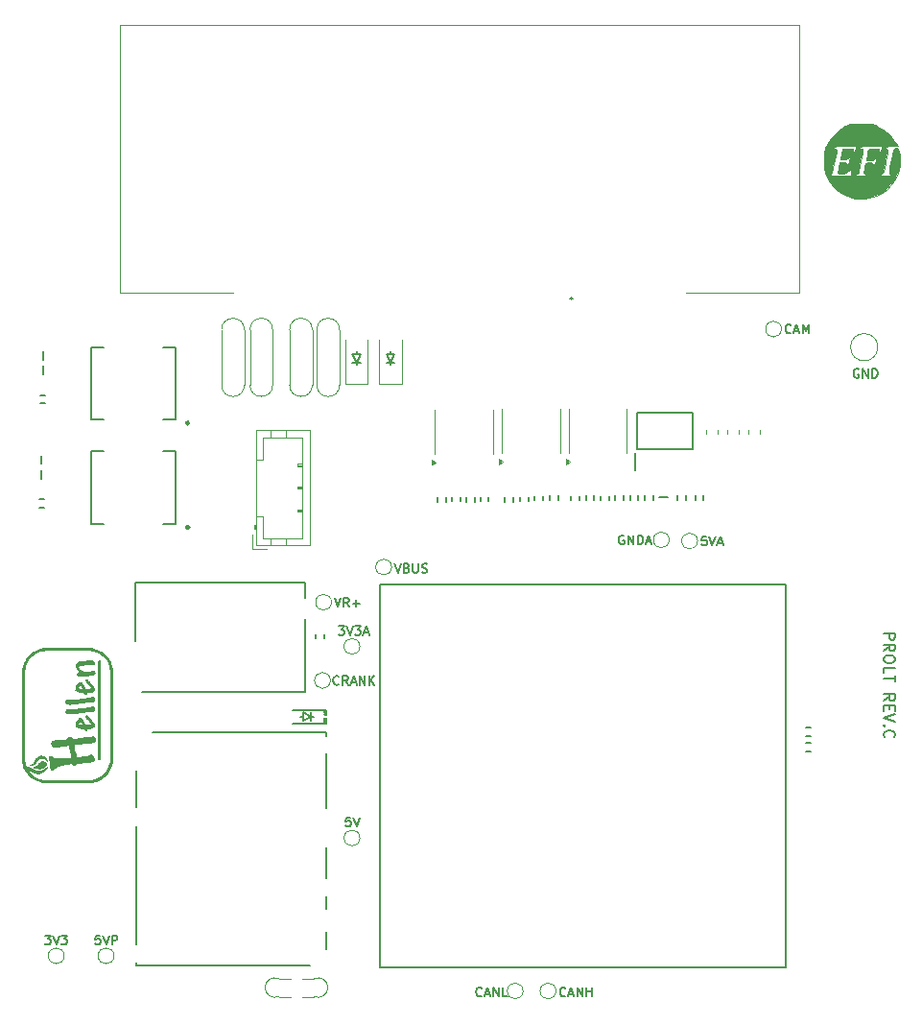
<source format=gto>
G04 #@! TF.GenerationSoftware,KiCad,Pcbnew,8.0.9-8.0.9-0~ubuntu24.04.1*
G04 #@! TF.CreationDate,2025-10-07T03:53:54+00:00*
G04 #@! TF.ProjectId,PROLT,50524f4c-542e-46b6-9963-61645f706362,rev?*
G04 #@! TF.SameCoordinates,Original*
G04 #@! TF.FileFunction,Legend,Top*
G04 #@! TF.FilePolarity,Positive*
%FSLAX46Y46*%
G04 Gerber Fmt 4.6, Leading zero omitted, Abs format (unit mm)*
G04 Created by KiCad (PCBNEW 8.0.9-8.0.9-0~ubuntu24.04.1) date 2025-10-07 03:53:54*
%MOMM*%
%LPD*%
G01*
G04 APERTURE LIST*
%ADD10C,0.150000*%
%ADD11C,0.203200*%
%ADD12C,0.120000*%
%ADD13C,0.200000*%
%ADD14C,0.250000*%
%ADD15C,0.170000*%
%ADD16C,0.100000*%
%ADD17C,0.099060*%
%ADD18C,0.002540*%
%ADD19C,0.000000*%
G04 APERTURE END LIST*
D10*
X29312969Y33805705D02*
X29808207Y33805705D01*
X29808207Y33805705D02*
X29541541Y33500943D01*
X29541541Y33500943D02*
X29655826Y33500943D01*
X29655826Y33500943D02*
X29732017Y33462848D01*
X29732017Y33462848D02*
X29770112Y33424753D01*
X29770112Y33424753D02*
X29808207Y33348562D01*
X29808207Y33348562D02*
X29808207Y33158086D01*
X29808207Y33158086D02*
X29770112Y33081896D01*
X29770112Y33081896D02*
X29732017Y33043800D01*
X29732017Y33043800D02*
X29655826Y33005705D01*
X29655826Y33005705D02*
X29427255Y33005705D01*
X29427255Y33005705D02*
X29351064Y33043800D01*
X29351064Y33043800D02*
X29312969Y33081896D01*
X30036779Y33805705D02*
X30303446Y33005705D01*
X30303446Y33005705D02*
X30570112Y33805705D01*
X30760588Y33805705D02*
X31255826Y33805705D01*
X31255826Y33805705D02*
X30989160Y33500943D01*
X30989160Y33500943D02*
X31103445Y33500943D01*
X31103445Y33500943D02*
X31179636Y33462848D01*
X31179636Y33462848D02*
X31217731Y33424753D01*
X31217731Y33424753D02*
X31255826Y33348562D01*
X31255826Y33348562D02*
X31255826Y33158086D01*
X31255826Y33158086D02*
X31217731Y33081896D01*
X31217731Y33081896D02*
X31179636Y33043800D01*
X31179636Y33043800D02*
X31103445Y33005705D01*
X31103445Y33005705D02*
X30874874Y33005705D01*
X30874874Y33005705D02*
X30798683Y33043800D01*
X30798683Y33043800D02*
X30760588Y33081896D01*
X31560588Y33234277D02*
X31941541Y33234277D01*
X31484398Y33005705D02*
X31751065Y33805705D01*
X31751065Y33805705D02*
X32017731Y33005705D01*
X49346303Y1181896D02*
X49308207Y1143800D01*
X49308207Y1143800D02*
X49193922Y1105705D01*
X49193922Y1105705D02*
X49117731Y1105705D01*
X49117731Y1105705D02*
X49003445Y1143800D01*
X49003445Y1143800D02*
X48927255Y1219991D01*
X48927255Y1219991D02*
X48889160Y1296181D01*
X48889160Y1296181D02*
X48851064Y1448562D01*
X48851064Y1448562D02*
X48851064Y1562848D01*
X48851064Y1562848D02*
X48889160Y1715229D01*
X48889160Y1715229D02*
X48927255Y1791420D01*
X48927255Y1791420D02*
X49003445Y1867610D01*
X49003445Y1867610D02*
X49117731Y1905705D01*
X49117731Y1905705D02*
X49193922Y1905705D01*
X49193922Y1905705D02*
X49308207Y1867610D01*
X49308207Y1867610D02*
X49346303Y1829515D01*
X49651064Y1334277D02*
X50032017Y1334277D01*
X49574874Y1105705D02*
X49841541Y1905705D01*
X49841541Y1905705D02*
X50108207Y1105705D01*
X50374874Y1105705D02*
X50374874Y1905705D01*
X50374874Y1905705D02*
X50832017Y1105705D01*
X50832017Y1105705D02*
X50832017Y1905705D01*
X51212969Y1105705D02*
X51212969Y1905705D01*
X51212969Y1524753D02*
X51670112Y1524753D01*
X51670112Y1105705D02*
X51670112Y1905705D01*
X8270112Y6505705D02*
X7889160Y6505705D01*
X7889160Y6505705D02*
X7851064Y6124753D01*
X7851064Y6124753D02*
X7889160Y6162848D01*
X7889160Y6162848D02*
X7965350Y6200943D01*
X7965350Y6200943D02*
X8155826Y6200943D01*
X8155826Y6200943D02*
X8232017Y6162848D01*
X8232017Y6162848D02*
X8270112Y6124753D01*
X8270112Y6124753D02*
X8308207Y6048562D01*
X8308207Y6048562D02*
X8308207Y5858086D01*
X8308207Y5858086D02*
X8270112Y5781896D01*
X8270112Y5781896D02*
X8232017Y5743800D01*
X8232017Y5743800D02*
X8155826Y5705705D01*
X8155826Y5705705D02*
X7965350Y5705705D01*
X7965350Y5705705D02*
X7889160Y5743800D01*
X7889160Y5743800D02*
X7851064Y5781896D01*
X8536779Y6505705D02*
X8803446Y5705705D01*
X8803446Y5705705D02*
X9070112Y6505705D01*
X9336779Y5705705D02*
X9336779Y6505705D01*
X9336779Y6505705D02*
X9641541Y6505705D01*
X9641541Y6505705D02*
X9717731Y6467610D01*
X9717731Y6467610D02*
X9755826Y6429515D01*
X9755826Y6429515D02*
X9793922Y6353324D01*
X9793922Y6353324D02*
X9793922Y6239039D01*
X9793922Y6239039D02*
X9755826Y6162848D01*
X9755826Y6162848D02*
X9717731Y6124753D01*
X9717731Y6124753D02*
X9641541Y6086658D01*
X9641541Y6086658D02*
X9336779Y6086658D01*
X75208207Y56467610D02*
X75132017Y56505705D01*
X75132017Y56505705D02*
X75017731Y56505705D01*
X75017731Y56505705D02*
X74903445Y56467610D01*
X74903445Y56467610D02*
X74827255Y56391420D01*
X74827255Y56391420D02*
X74789160Y56315229D01*
X74789160Y56315229D02*
X74751064Y56162848D01*
X74751064Y56162848D02*
X74751064Y56048562D01*
X74751064Y56048562D02*
X74789160Y55896181D01*
X74789160Y55896181D02*
X74827255Y55819991D01*
X74827255Y55819991D02*
X74903445Y55743800D01*
X74903445Y55743800D02*
X75017731Y55705705D01*
X75017731Y55705705D02*
X75093922Y55705705D01*
X75093922Y55705705D02*
X75208207Y55743800D01*
X75208207Y55743800D02*
X75246303Y55781896D01*
X75246303Y55781896D02*
X75246303Y56048562D01*
X75246303Y56048562D02*
X75093922Y56048562D01*
X75589160Y55705705D02*
X75589160Y56505705D01*
X75589160Y56505705D02*
X76046303Y55705705D01*
X76046303Y55705705D02*
X76046303Y56505705D01*
X76427255Y55705705D02*
X76427255Y56505705D01*
X76427255Y56505705D02*
X76617731Y56505705D01*
X76617731Y56505705D02*
X76732017Y56467610D01*
X76732017Y56467610D02*
X76808207Y56391420D01*
X76808207Y56391420D02*
X76846302Y56315229D01*
X76846302Y56315229D02*
X76884398Y56162848D01*
X76884398Y56162848D02*
X76884398Y56048562D01*
X76884398Y56048562D02*
X76846302Y55896181D01*
X76846302Y55896181D02*
X76808207Y55819991D01*
X76808207Y55819991D02*
X76732017Y55743800D01*
X76732017Y55743800D02*
X76617731Y55705705D01*
X76617731Y55705705D02*
X76427255Y55705705D01*
X61770112Y41705705D02*
X61389160Y41705705D01*
X61389160Y41705705D02*
X61351064Y41324753D01*
X61351064Y41324753D02*
X61389160Y41362848D01*
X61389160Y41362848D02*
X61465350Y41400943D01*
X61465350Y41400943D02*
X61655826Y41400943D01*
X61655826Y41400943D02*
X61732017Y41362848D01*
X61732017Y41362848D02*
X61770112Y41324753D01*
X61770112Y41324753D02*
X61808207Y41248562D01*
X61808207Y41248562D02*
X61808207Y41058086D01*
X61808207Y41058086D02*
X61770112Y40981896D01*
X61770112Y40981896D02*
X61732017Y40943800D01*
X61732017Y40943800D02*
X61655826Y40905705D01*
X61655826Y40905705D02*
X61465350Y40905705D01*
X61465350Y40905705D02*
X61389160Y40943800D01*
X61389160Y40943800D02*
X61351064Y40981896D01*
X62036779Y41705705D02*
X62303446Y40905705D01*
X62303446Y40905705D02*
X62570112Y41705705D01*
X62798683Y41134277D02*
X63179636Y41134277D01*
X62722493Y40905705D02*
X62989160Y41705705D01*
X62989160Y41705705D02*
X63255826Y40905705D01*
X77430180Y33163221D02*
X78430180Y33163221D01*
X78430180Y33163221D02*
X78430180Y32782269D01*
X78430180Y32782269D02*
X78382561Y32687031D01*
X78382561Y32687031D02*
X78334942Y32639412D01*
X78334942Y32639412D02*
X78239704Y32591793D01*
X78239704Y32591793D02*
X78096847Y32591793D01*
X78096847Y32591793D02*
X78001609Y32639412D01*
X78001609Y32639412D02*
X77953990Y32687031D01*
X77953990Y32687031D02*
X77906371Y32782269D01*
X77906371Y32782269D02*
X77906371Y33163221D01*
X77430180Y31591793D02*
X77906371Y31925126D01*
X77430180Y32163221D02*
X78430180Y32163221D01*
X78430180Y32163221D02*
X78430180Y31782269D01*
X78430180Y31782269D02*
X78382561Y31687031D01*
X78382561Y31687031D02*
X78334942Y31639412D01*
X78334942Y31639412D02*
X78239704Y31591793D01*
X78239704Y31591793D02*
X78096847Y31591793D01*
X78096847Y31591793D02*
X78001609Y31639412D01*
X78001609Y31639412D02*
X77953990Y31687031D01*
X77953990Y31687031D02*
X77906371Y31782269D01*
X77906371Y31782269D02*
X77906371Y32163221D01*
X78430180Y30972745D02*
X78430180Y30782269D01*
X78430180Y30782269D02*
X78382561Y30687031D01*
X78382561Y30687031D02*
X78287323Y30591793D01*
X78287323Y30591793D02*
X78096847Y30544174D01*
X78096847Y30544174D02*
X77763514Y30544174D01*
X77763514Y30544174D02*
X77573038Y30591793D01*
X77573038Y30591793D02*
X77477800Y30687031D01*
X77477800Y30687031D02*
X77430180Y30782269D01*
X77430180Y30782269D02*
X77430180Y30972745D01*
X77430180Y30972745D02*
X77477800Y31067983D01*
X77477800Y31067983D02*
X77573038Y31163221D01*
X77573038Y31163221D02*
X77763514Y31210840D01*
X77763514Y31210840D02*
X78096847Y31210840D01*
X78096847Y31210840D02*
X78287323Y31163221D01*
X78287323Y31163221D02*
X78382561Y31067983D01*
X78382561Y31067983D02*
X78430180Y30972745D01*
X77430180Y29639412D02*
X77430180Y30115602D01*
X77430180Y30115602D02*
X78430180Y30115602D01*
X78430180Y29448935D02*
X78430180Y28877507D01*
X77430180Y29163221D02*
X78430180Y29163221D01*
X77430180Y27210840D02*
X77906371Y27544173D01*
X77430180Y27782268D02*
X78430180Y27782268D01*
X78430180Y27782268D02*
X78430180Y27401316D01*
X78430180Y27401316D02*
X78382561Y27306078D01*
X78382561Y27306078D02*
X78334942Y27258459D01*
X78334942Y27258459D02*
X78239704Y27210840D01*
X78239704Y27210840D02*
X78096847Y27210840D01*
X78096847Y27210840D02*
X78001609Y27258459D01*
X78001609Y27258459D02*
X77953990Y27306078D01*
X77953990Y27306078D02*
X77906371Y27401316D01*
X77906371Y27401316D02*
X77906371Y27782268D01*
X77953990Y26782268D02*
X77953990Y26448935D01*
X77430180Y26306078D02*
X77430180Y26782268D01*
X77430180Y26782268D02*
X78430180Y26782268D01*
X78430180Y26782268D02*
X78430180Y26306078D01*
X78430180Y26020363D02*
X77430180Y25687030D01*
X77430180Y25687030D02*
X78430180Y25353697D01*
X77525419Y25020363D02*
X77477800Y24972744D01*
X77477800Y24972744D02*
X77430180Y25020363D01*
X77430180Y25020363D02*
X77477800Y25067982D01*
X77477800Y25067982D02*
X77525419Y25020363D01*
X77525419Y25020363D02*
X77430180Y25020363D01*
X77525419Y23972745D02*
X77477800Y24020364D01*
X77477800Y24020364D02*
X77430180Y24163221D01*
X77430180Y24163221D02*
X77430180Y24258459D01*
X77430180Y24258459D02*
X77477800Y24401316D01*
X77477800Y24401316D02*
X77573038Y24496554D01*
X77573038Y24496554D02*
X77668276Y24544173D01*
X77668276Y24544173D02*
X77858752Y24591792D01*
X77858752Y24591792D02*
X78001609Y24591792D01*
X78001609Y24591792D02*
X78192085Y24544173D01*
X78192085Y24544173D02*
X78287323Y24496554D01*
X78287323Y24496554D02*
X78382561Y24401316D01*
X78382561Y24401316D02*
X78430180Y24258459D01*
X78430180Y24258459D02*
X78430180Y24163221D01*
X78430180Y24163221D02*
X78382561Y24020364D01*
X78382561Y24020364D02*
X78334942Y23972745D01*
X69246303Y59681896D02*
X69208207Y59643800D01*
X69208207Y59643800D02*
X69093922Y59605705D01*
X69093922Y59605705D02*
X69017731Y59605705D01*
X69017731Y59605705D02*
X68903445Y59643800D01*
X68903445Y59643800D02*
X68827255Y59719991D01*
X68827255Y59719991D02*
X68789160Y59796181D01*
X68789160Y59796181D02*
X68751064Y59948562D01*
X68751064Y59948562D02*
X68751064Y60062848D01*
X68751064Y60062848D02*
X68789160Y60215229D01*
X68789160Y60215229D02*
X68827255Y60291420D01*
X68827255Y60291420D02*
X68903445Y60367610D01*
X68903445Y60367610D02*
X69017731Y60405705D01*
X69017731Y60405705D02*
X69093922Y60405705D01*
X69093922Y60405705D02*
X69208207Y60367610D01*
X69208207Y60367610D02*
X69246303Y60329515D01*
X69551064Y59834277D02*
X69932017Y59834277D01*
X69474874Y59605705D02*
X69741541Y60405705D01*
X69741541Y60405705D02*
X70008207Y59605705D01*
X70274874Y59605705D02*
X70274874Y60405705D01*
X70274874Y60405705D02*
X70541540Y59834277D01*
X70541540Y59834277D02*
X70808207Y60405705D01*
X70808207Y60405705D02*
X70808207Y59605705D01*
X29346303Y28681896D02*
X29308207Y28643800D01*
X29308207Y28643800D02*
X29193922Y28605705D01*
X29193922Y28605705D02*
X29117731Y28605705D01*
X29117731Y28605705D02*
X29003445Y28643800D01*
X29003445Y28643800D02*
X28927255Y28719991D01*
X28927255Y28719991D02*
X28889160Y28796181D01*
X28889160Y28796181D02*
X28851064Y28948562D01*
X28851064Y28948562D02*
X28851064Y29062848D01*
X28851064Y29062848D02*
X28889160Y29215229D01*
X28889160Y29215229D02*
X28927255Y29291420D01*
X28927255Y29291420D02*
X29003445Y29367610D01*
X29003445Y29367610D02*
X29117731Y29405705D01*
X29117731Y29405705D02*
X29193922Y29405705D01*
X29193922Y29405705D02*
X29308207Y29367610D01*
X29308207Y29367610D02*
X29346303Y29329515D01*
X30146303Y28605705D02*
X29879636Y28986658D01*
X29689160Y28605705D02*
X29689160Y29405705D01*
X29689160Y29405705D02*
X29993922Y29405705D01*
X29993922Y29405705D02*
X30070112Y29367610D01*
X30070112Y29367610D02*
X30108207Y29329515D01*
X30108207Y29329515D02*
X30146303Y29253324D01*
X30146303Y29253324D02*
X30146303Y29139039D01*
X30146303Y29139039D02*
X30108207Y29062848D01*
X30108207Y29062848D02*
X30070112Y29024753D01*
X30070112Y29024753D02*
X29993922Y28986658D01*
X29993922Y28986658D02*
X29689160Y28986658D01*
X30451064Y28834277D02*
X30832017Y28834277D01*
X30374874Y28605705D02*
X30641541Y29405705D01*
X30641541Y29405705D02*
X30908207Y28605705D01*
X31174874Y28605705D02*
X31174874Y29405705D01*
X31174874Y29405705D02*
X31632017Y28605705D01*
X31632017Y28605705D02*
X31632017Y29405705D01*
X32012969Y28605705D02*
X32012969Y29405705D01*
X32470112Y28605705D02*
X32127254Y29062848D01*
X32470112Y29405705D02*
X32012969Y28948562D01*
X28974874Y36305705D02*
X29241541Y35505705D01*
X29241541Y35505705D02*
X29508207Y36305705D01*
X30232017Y35505705D02*
X29965350Y35886658D01*
X29774874Y35505705D02*
X29774874Y36305705D01*
X29774874Y36305705D02*
X30079636Y36305705D01*
X30079636Y36305705D02*
X30155826Y36267610D01*
X30155826Y36267610D02*
X30193921Y36229515D01*
X30193921Y36229515D02*
X30232017Y36153324D01*
X30232017Y36153324D02*
X30232017Y36039039D01*
X30232017Y36039039D02*
X30193921Y35962848D01*
X30193921Y35962848D02*
X30155826Y35924753D01*
X30155826Y35924753D02*
X30079636Y35886658D01*
X30079636Y35886658D02*
X29774874Y35886658D01*
X30574874Y35810467D02*
X31184398Y35810467D01*
X30879636Y35505705D02*
X30879636Y36115229D01*
X3412969Y6505705D02*
X3908207Y6505705D01*
X3908207Y6505705D02*
X3641541Y6200943D01*
X3641541Y6200943D02*
X3755826Y6200943D01*
X3755826Y6200943D02*
X3832017Y6162848D01*
X3832017Y6162848D02*
X3870112Y6124753D01*
X3870112Y6124753D02*
X3908207Y6048562D01*
X3908207Y6048562D02*
X3908207Y5858086D01*
X3908207Y5858086D02*
X3870112Y5781896D01*
X3870112Y5781896D02*
X3832017Y5743800D01*
X3832017Y5743800D02*
X3755826Y5705705D01*
X3755826Y5705705D02*
X3527255Y5705705D01*
X3527255Y5705705D02*
X3451064Y5743800D01*
X3451064Y5743800D02*
X3412969Y5781896D01*
X4136779Y6505705D02*
X4403446Y5705705D01*
X4403446Y5705705D02*
X4670112Y6505705D01*
X4860588Y6505705D02*
X5355826Y6505705D01*
X5355826Y6505705D02*
X5089160Y6200943D01*
X5089160Y6200943D02*
X5203445Y6200943D01*
X5203445Y6200943D02*
X5279636Y6162848D01*
X5279636Y6162848D02*
X5317731Y6124753D01*
X5317731Y6124753D02*
X5355826Y6048562D01*
X5355826Y6048562D02*
X5355826Y5858086D01*
X5355826Y5858086D02*
X5317731Y5781896D01*
X5317731Y5781896D02*
X5279636Y5743800D01*
X5279636Y5743800D02*
X5203445Y5705705D01*
X5203445Y5705705D02*
X4974874Y5705705D01*
X4974874Y5705705D02*
X4898683Y5743800D01*
X4898683Y5743800D02*
X4860588Y5781896D01*
X54508207Y41767610D02*
X54432017Y41805705D01*
X54432017Y41805705D02*
X54317731Y41805705D01*
X54317731Y41805705D02*
X54203445Y41767610D01*
X54203445Y41767610D02*
X54127255Y41691420D01*
X54127255Y41691420D02*
X54089160Y41615229D01*
X54089160Y41615229D02*
X54051064Y41462848D01*
X54051064Y41462848D02*
X54051064Y41348562D01*
X54051064Y41348562D02*
X54089160Y41196181D01*
X54089160Y41196181D02*
X54127255Y41119991D01*
X54127255Y41119991D02*
X54203445Y41043800D01*
X54203445Y41043800D02*
X54317731Y41005705D01*
X54317731Y41005705D02*
X54393922Y41005705D01*
X54393922Y41005705D02*
X54508207Y41043800D01*
X54508207Y41043800D02*
X54546303Y41081896D01*
X54546303Y41081896D02*
X54546303Y41348562D01*
X54546303Y41348562D02*
X54393922Y41348562D01*
X54889160Y41005705D02*
X54889160Y41805705D01*
X54889160Y41805705D02*
X55346303Y41005705D01*
X55346303Y41005705D02*
X55346303Y41805705D01*
X55727255Y41005705D02*
X55727255Y41805705D01*
X55727255Y41805705D02*
X55917731Y41805705D01*
X55917731Y41805705D02*
X56032017Y41767610D01*
X56032017Y41767610D02*
X56108207Y41691420D01*
X56108207Y41691420D02*
X56146302Y41615229D01*
X56146302Y41615229D02*
X56184398Y41462848D01*
X56184398Y41462848D02*
X56184398Y41348562D01*
X56184398Y41348562D02*
X56146302Y41196181D01*
X56146302Y41196181D02*
X56108207Y41119991D01*
X56108207Y41119991D02*
X56032017Y41043800D01*
X56032017Y41043800D02*
X55917731Y41005705D01*
X55917731Y41005705D02*
X55727255Y41005705D01*
X56489159Y41234277D02*
X56870112Y41234277D01*
X56412969Y41005705D02*
X56679636Y41805705D01*
X56679636Y41805705D02*
X56946302Y41005705D01*
X34274874Y39305705D02*
X34541541Y38505705D01*
X34541541Y38505705D02*
X34808207Y39305705D01*
X35341540Y38924753D02*
X35455826Y38886658D01*
X35455826Y38886658D02*
X35493921Y38848562D01*
X35493921Y38848562D02*
X35532017Y38772372D01*
X35532017Y38772372D02*
X35532017Y38658086D01*
X35532017Y38658086D02*
X35493921Y38581896D01*
X35493921Y38581896D02*
X35455826Y38543800D01*
X35455826Y38543800D02*
X35379636Y38505705D01*
X35379636Y38505705D02*
X35074874Y38505705D01*
X35074874Y38505705D02*
X35074874Y39305705D01*
X35074874Y39305705D02*
X35341540Y39305705D01*
X35341540Y39305705D02*
X35417731Y39267610D01*
X35417731Y39267610D02*
X35455826Y39229515D01*
X35455826Y39229515D02*
X35493921Y39153324D01*
X35493921Y39153324D02*
X35493921Y39077134D01*
X35493921Y39077134D02*
X35455826Y39000943D01*
X35455826Y39000943D02*
X35417731Y38962848D01*
X35417731Y38962848D02*
X35341540Y38924753D01*
X35341540Y38924753D02*
X35074874Y38924753D01*
X35874874Y39305705D02*
X35874874Y38658086D01*
X35874874Y38658086D02*
X35912969Y38581896D01*
X35912969Y38581896D02*
X35951064Y38543800D01*
X35951064Y38543800D02*
X36027255Y38505705D01*
X36027255Y38505705D02*
X36179636Y38505705D01*
X36179636Y38505705D02*
X36255826Y38543800D01*
X36255826Y38543800D02*
X36293921Y38581896D01*
X36293921Y38581896D02*
X36332017Y38658086D01*
X36332017Y38658086D02*
X36332017Y39305705D01*
X36674873Y38543800D02*
X36789159Y38505705D01*
X36789159Y38505705D02*
X36979635Y38505705D01*
X36979635Y38505705D02*
X37055826Y38543800D01*
X37055826Y38543800D02*
X37093921Y38581896D01*
X37093921Y38581896D02*
X37132016Y38658086D01*
X37132016Y38658086D02*
X37132016Y38734277D01*
X37132016Y38734277D02*
X37093921Y38810467D01*
X37093921Y38810467D02*
X37055826Y38848562D01*
X37055826Y38848562D02*
X36979635Y38886658D01*
X36979635Y38886658D02*
X36827254Y38924753D01*
X36827254Y38924753D02*
X36751064Y38962848D01*
X36751064Y38962848D02*
X36712969Y39000943D01*
X36712969Y39000943D02*
X36674873Y39077134D01*
X36674873Y39077134D02*
X36674873Y39153324D01*
X36674873Y39153324D02*
X36712969Y39229515D01*
X36712969Y39229515D02*
X36751064Y39267610D01*
X36751064Y39267610D02*
X36827254Y39305705D01*
X36827254Y39305705D02*
X37017731Y39305705D01*
X37017731Y39305705D02*
X37132016Y39267610D01*
X41946303Y1181896D02*
X41908207Y1143800D01*
X41908207Y1143800D02*
X41793922Y1105705D01*
X41793922Y1105705D02*
X41717731Y1105705D01*
X41717731Y1105705D02*
X41603445Y1143800D01*
X41603445Y1143800D02*
X41527255Y1219991D01*
X41527255Y1219991D02*
X41489160Y1296181D01*
X41489160Y1296181D02*
X41451064Y1448562D01*
X41451064Y1448562D02*
X41451064Y1562848D01*
X41451064Y1562848D02*
X41489160Y1715229D01*
X41489160Y1715229D02*
X41527255Y1791420D01*
X41527255Y1791420D02*
X41603445Y1867610D01*
X41603445Y1867610D02*
X41717731Y1905705D01*
X41717731Y1905705D02*
X41793922Y1905705D01*
X41793922Y1905705D02*
X41908207Y1867610D01*
X41908207Y1867610D02*
X41946303Y1829515D01*
X42251064Y1334277D02*
X42632017Y1334277D01*
X42174874Y1105705D02*
X42441541Y1905705D01*
X42441541Y1905705D02*
X42708207Y1105705D01*
X42974874Y1105705D02*
X42974874Y1905705D01*
X42974874Y1905705D02*
X43432017Y1105705D01*
X43432017Y1105705D02*
X43432017Y1905705D01*
X44193921Y1105705D02*
X43812969Y1105705D01*
X43812969Y1105705D02*
X43812969Y1905705D01*
X30370112Y16905705D02*
X29989160Y16905705D01*
X29989160Y16905705D02*
X29951064Y16524753D01*
X29951064Y16524753D02*
X29989160Y16562848D01*
X29989160Y16562848D02*
X30065350Y16600943D01*
X30065350Y16600943D02*
X30255826Y16600943D01*
X30255826Y16600943D02*
X30332017Y16562848D01*
X30332017Y16562848D02*
X30370112Y16524753D01*
X30370112Y16524753D02*
X30408207Y16448562D01*
X30408207Y16448562D02*
X30408207Y16258086D01*
X30408207Y16258086D02*
X30370112Y16181896D01*
X30370112Y16181896D02*
X30332017Y16143800D01*
X30332017Y16143800D02*
X30255826Y16105705D01*
X30255826Y16105705D02*
X30065350Y16105705D01*
X30065350Y16105705D02*
X29989160Y16143800D01*
X29989160Y16143800D02*
X29951064Y16181896D01*
X30636779Y16905705D02*
X30903446Y16105705D01*
X30903446Y16105705D02*
X31170112Y16905705D01*
D11*
G04 #@! TO.C,R9*
X38065005Y44773405D02*
X38065015Y45173405D01*
X38810840Y44772349D02*
X38810851Y45172348D01*
D12*
G04 #@! TO.C,TP1*
X28700000Y35900000D02*
G75*
G02*
X27300000Y35900000I-700000J0D01*
G01*
X27300000Y35900000D02*
G75*
G02*
X28700000Y35900000I700000J0D01*
G01*
D13*
G04 #@! TO.C,C1*
X57615014Y45150000D02*
X58364999Y45150000D01*
D11*
G04 #@! TO.C,R20*
X53729160Y45301056D02*
X53729149Y44901057D01*
X54474995Y45300000D02*
X54474985Y44900000D01*
D13*
G04 #@! TO.C,C26*
X3109999Y48849986D02*
X3109999Y48100001D01*
D11*
G04 #@! TO.C,R15*
X71000000Y22725005D02*
X70600000Y22725015D01*
X71001056Y23470840D02*
X70601057Y23470851D01*
G04 #@! TO.C,R19*
X51129160Y45301056D02*
X51129149Y44901057D01*
X51874995Y45300000D02*
X51874985Y44900000D01*
D12*
G04 #@! TO.C,F7*
X27400000Y59900000D02*
X27400000Y55050000D01*
X29400000Y59900000D02*
X29400000Y55050000D01*
X27400000Y59950000D02*
G75*
G02*
X29400000Y59950000I1000000J0D01*
G01*
X29400000Y55050000D02*
G75*
G02*
X27400000Y55050000I-1000000J0D01*
G01*
G04 #@! TO.C,TP11*
X5100000Y4700000D02*
G75*
G02*
X3700000Y4700000I-700000J0D01*
G01*
X3700000Y4700000D02*
G75*
G02*
X5100000Y4700000I700000J0D01*
G01*
G04 #@! TO.C,U3*
X49640000Y51000000D02*
X49640000Y52950000D01*
X49640000Y51000000D02*
X49640000Y49050000D01*
X54760000Y51000000D02*
X54760000Y52950000D01*
X54760000Y51000000D02*
X54760000Y49050000D01*
X49735000Y48300000D02*
X49405000Y48060000D01*
X49405000Y48540000D01*
X49735000Y48300000D01*
G36*
X49735000Y48300000D02*
G01*
X49405000Y48060000D01*
X49405000Y48540000D01*
X49735000Y48300000D01*
G37*
D13*
G04 #@! TO.C,IC1*
X55520000Y47550000D02*
X55520000Y49075000D01*
X55650000Y52625000D02*
X60550000Y52625000D01*
X55650000Y49425000D02*
X55650000Y52625000D01*
X60550000Y52625000D02*
X60550000Y49425000D01*
X60550000Y49425000D02*
X55650000Y49425000D01*
D11*
G04 #@! TO.C,R12*
X3300000Y44225005D02*
X2900000Y44225015D01*
X3301056Y44970840D02*
X2901057Y44970851D01*
D13*
G04 #@! TO.C,C13*
X3209999Y58049986D02*
X3209999Y57300001D01*
D11*
G04 #@! TO.C,R14*
X70598944Y24129160D02*
X70998943Y24129149D01*
X70600000Y24874995D02*
X71000000Y24874985D01*
D12*
G04 #@! TO.C,TP9*
X9500000Y4700000D02*
G75*
G02*
X8100000Y4700000I-700000J0D01*
G01*
X8100000Y4700000D02*
G75*
G02*
X9500000Y4700000I700000J0D01*
G01*
D13*
G04 #@! TO.C,IC3*
X7450000Y49200000D02*
X8600000Y49200000D01*
X7450000Y42800000D02*
X7450000Y49200000D01*
X8600000Y42800000D02*
X7450000Y42800000D01*
X13800000Y49200000D02*
X14950000Y49200000D01*
X14950000Y49200000D02*
X14950000Y42800000D01*
X14950000Y42800000D02*
X13800000Y42800000D01*
D14*
X16125000Y42500000D02*
G75*
G02*
X15875000Y42500000I-125000J0D01*
G01*
X15875000Y42500000D02*
G75*
G02*
X16125000Y42500000I125000J0D01*
G01*
D15*
G04 #@! TO.C,D3*
X26198502Y26162502D02*
X26198502Y25462502D01*
X26198502Y25812502D02*
X25898502Y25812502D01*
X26898502Y26162502D02*
X26898502Y25462502D01*
X26898502Y25812502D02*
X26198502Y26162502D01*
X26898502Y25812502D02*
X26198502Y25462502D01*
X27098502Y25812502D02*
X26898502Y25812502D01*
D10*
X28098502Y26362502D02*
X28099499Y25966497D01*
X28098502Y25658507D02*
X28098502Y25212502D01*
X28226499Y26387497D02*
X25298502Y26387497D01*
X28226499Y26387497D02*
X28226499Y25966497D01*
X28226499Y26066502D02*
X28098502Y26066502D01*
X28226499Y25658507D02*
X28226499Y25212502D01*
X28226499Y25558502D02*
X28099499Y25558502D01*
X28226499Y25212502D02*
X25298501Y25212502D01*
D12*
G04 #@! TO.C,TP14*
X58500000Y41400000D02*
G75*
G02*
X57100000Y41400000I-700000J0D01*
G01*
X57100000Y41400000D02*
G75*
G02*
X58500000Y41400000I700000J0D01*
G01*
D13*
G04 #@! TO.C,C27*
X3109999Y47549986D02*
X3109999Y46800001D01*
D11*
G04 #@! TO.C,R13*
X27325005Y32700000D02*
X27325015Y33100000D01*
X28070840Y32698944D02*
X28070851Y33098943D01*
D12*
G04 #@! TO.C,J2*
X21740000Y41890000D02*
X21740000Y40640000D01*
X21740000Y40640000D02*
X22990000Y40640000D01*
X21840000Y42700000D02*
X21840000Y42400000D01*
X21840000Y42400000D02*
X22040000Y42400000D01*
X21940000Y42700000D02*
X21940000Y42400000D01*
X22040000Y51060000D02*
X22040000Y40940000D01*
X22040000Y43500000D02*
X22650000Y43500000D01*
X22040000Y42700000D02*
X21840000Y42700000D01*
X22040000Y40940000D02*
X26760000Y40940000D01*
X22650000Y50450000D02*
X22650000Y48500000D01*
X22650000Y48500000D02*
X22040000Y48500000D01*
X22650000Y43500000D02*
X22650000Y41550000D01*
X22650000Y41550000D02*
X26150000Y41550000D01*
X23350000Y51060000D02*
X23350000Y50450000D01*
X23350000Y40940000D02*
X23350000Y41550000D01*
X24650000Y51060000D02*
X24650000Y50450000D01*
X24650000Y40940000D02*
X24650000Y41550000D01*
X25650000Y48100000D02*
X26150000Y48100000D01*
X25650000Y47900000D02*
X25650000Y48100000D01*
X25650000Y46100000D02*
X26150000Y46100000D01*
X25650000Y45900000D02*
X25650000Y46100000D01*
X25650000Y44100000D02*
X26150000Y44100000D01*
X25650000Y43900000D02*
X25650000Y44100000D01*
X26150000Y50450000D02*
X22650000Y50450000D01*
X26150000Y48000000D02*
X25650000Y48000000D01*
X26150000Y47900000D02*
X25650000Y47900000D01*
X26150000Y46000000D02*
X25650000Y46000000D01*
X26150000Y45900000D02*
X25650000Y45900000D01*
X26150000Y44000000D02*
X25650000Y44000000D01*
X26150000Y43900000D02*
X25650000Y43900000D01*
X26150000Y41550000D02*
X26150000Y50450000D01*
X26760000Y51060000D02*
X22040000Y51060000D01*
X26760000Y40940000D02*
X26760000Y51060000D01*
D13*
G04 #@! TO.C,M1*
X33000000Y3700000D02*
X33000000Y37500010D01*
X68799990Y37500010D02*
X33000000Y37500010D01*
X68799990Y3700000D02*
X33000000Y3700000D01*
X68799990Y3700000D02*
X68799990Y37500000D01*
D11*
G04 #@! TO.C,R4*
X52425005Y44875000D02*
X52425015Y45275000D01*
X53170840Y44873944D02*
X53170851Y45273943D01*
D12*
G04 #@! TO.C,TP3*
X28600000Y29000000D02*
G75*
G02*
X27200000Y29000000I-700000J0D01*
G01*
X27200000Y29000000D02*
G75*
G02*
X28600000Y29000000I700000J0D01*
G01*
D11*
G04 #@! TO.C,R5*
X55025005Y44925000D02*
X55025015Y45325000D01*
X55770840Y44923944D02*
X55770851Y45323943D01*
G04 #@! TO.C,R1*
X44005005Y44775000D02*
X44005015Y45175000D01*
X44750840Y44773944D02*
X44750851Y45173943D01*
G04 #@! TO.C,R21*
X39329160Y45201056D02*
X39329149Y44801057D01*
X40074995Y45200000D02*
X40074985Y44800000D01*
D12*
G04 #@! TO.C,TP12*
X31200000Y32000000D02*
G75*
G02*
X29800000Y32000000I-700000J0D01*
G01*
X29800000Y32000000D02*
G75*
G02*
X31200000Y32000000I700000J0D01*
G01*
D16*
G04 #@! TO.C,J1*
X10000000Y63200000D02*
X20000000Y63200000D01*
X10045000Y86850000D02*
X10000000Y63200000D01*
D13*
X49750000Y62700000D02*
X49750000Y62700000D01*
X49950000Y62700000D02*
X49950000Y62700000D01*
D16*
X60000000Y63200000D02*
X69955000Y63200000D01*
X69955000Y86850000D02*
X10045000Y86850000D01*
X69955000Y63200000D02*
X69955000Y86850000D01*
D13*
X49750000Y62700000D02*
G75*
G02*
X49950000Y62700000I100000J0D01*
G01*
X49950000Y62700000D02*
G75*
G02*
X49750000Y62700000I-100000J0D01*
G01*
G04 #@! TO.C,IC2*
X7450000Y58400000D02*
X8600000Y58400000D01*
X7450000Y52000000D02*
X7450000Y58400000D01*
X8600000Y52000000D02*
X7450000Y52000000D01*
X13800000Y58400000D02*
X14950000Y58400000D01*
X14950000Y58400000D02*
X14950000Y52000000D01*
X14950000Y52000000D02*
X13800000Y52000000D01*
D14*
X16125000Y51700000D02*
G75*
G02*
X15875000Y51700000I-125000J0D01*
G01*
X15875000Y51700000D02*
G75*
G02*
X16125000Y51700000I125000J0D01*
G01*
D12*
G04 #@! TO.C,TP5*
X48500000Y1600000D02*
G75*
G02*
X47100000Y1600000I-700000J0D01*
G01*
X47100000Y1600000D02*
G75*
G02*
X48500000Y1600000I700000J0D01*
G01*
G04 #@! TO.C,TP6*
X45600000Y1600000D02*
G75*
G02*
X44200000Y1600000I-700000J0D01*
G01*
X44200000Y1600000D02*
G75*
G02*
X45600000Y1600000I700000J0D01*
G01*
G04 #@! TO.C,TP4*
X68400000Y60000000D02*
G75*
G02*
X67000000Y60000000I-700000J0D01*
G01*
X67000000Y60000000D02*
G75*
G02*
X68400000Y60000000I700000J0D01*
G01*
G04 #@! TO.C,F2*
X63655000Y51100279D02*
X63655000Y50774721D01*
X64675000Y51100279D02*
X64675000Y50774721D01*
G04 #@! TO.C,U4*
X37815000Y50950000D02*
X37815000Y52900000D01*
X37815000Y50950000D02*
X37815000Y49000000D01*
X42935000Y50950000D02*
X42935000Y52900000D01*
X42935000Y50950000D02*
X42935000Y49000000D01*
X37910000Y48250000D02*
X37580000Y48010000D01*
X37580000Y48490000D01*
X37910000Y48250000D01*
G36*
X37910000Y48250000D02*
G01*
X37580000Y48010000D01*
X37580000Y48490000D01*
X37910000Y48250000D01*
G37*
G04 #@! TO.C,F5*
X21500000Y59900000D02*
X21500000Y55050000D01*
X23500000Y59900000D02*
X23500000Y55050000D01*
X21500000Y59950000D02*
G75*
G02*
X23500000Y59950000I1000000J0D01*
G01*
X23500000Y55050000D02*
G75*
G02*
X21500000Y55050000I-1000000J0D01*
G01*
G04 #@! TO.C,TP10*
X61000000Y41300000D02*
G75*
G02*
X59600000Y41300000I-700000J0D01*
G01*
X59600000Y41300000D02*
G75*
G02*
X61000000Y41300000I700000J0D01*
G01*
D11*
G04 #@! TO.C,R18*
X45329160Y45201056D02*
X45329149Y44801057D01*
X46074995Y45200000D02*
X46074985Y44800000D01*
D17*
G04 #@! TO.C,R16*
X24076000Y2700000D02*
X25092000Y2700000D01*
X25092000Y1100000D02*
X24076000Y1100000D01*
X26108000Y2700000D02*
X27124000Y2700000D01*
X27124000Y1100000D02*
X26108000Y1100000D01*
D12*
X24016398Y1096505D02*
G75*
G02*
X24025000Y2700000I-321398J803495D01*
G01*
X27175000Y2700000D02*
G75*
G02*
X27179000Y1098362I330000J-800000D01*
G01*
D11*
G04 #@! TO.C,R11*
X3400000Y53425005D02*
X3000000Y53425015D01*
X3401056Y54170840D02*
X3001057Y54170851D01*
D12*
G04 #@! TO.C,TP8*
X31200000Y15100000D02*
G75*
G02*
X29800000Y15100000I-700000J0D01*
G01*
X29800000Y15100000D02*
G75*
G02*
X31200000Y15100000I700000J0D01*
G01*
G04 #@! TO.C,D2*
X29900000Y55150000D02*
X29900000Y59050000D01*
X29900000Y55150000D02*
X31900000Y55150000D01*
D15*
X30900000Y57750000D02*
X30900000Y58050000D01*
X30900000Y57050000D02*
X30550000Y57750000D01*
X30900000Y57050000D02*
X31250000Y57750000D01*
X30900000Y56850000D02*
X30900000Y57050000D01*
X31250000Y57750000D02*
X30550000Y57750000D01*
X31250000Y57050000D02*
X30550000Y57050000D01*
D12*
X31900000Y55150000D02*
X31900000Y59050000D01*
G04 #@! TO.C,F4*
X19000000Y59900000D02*
X19000000Y55050000D01*
X21000000Y59900000D02*
X21000000Y55050000D01*
X19000000Y59950000D02*
G75*
G02*
X21000000Y59950000I1000000J0D01*
G01*
X21000000Y55050000D02*
G75*
G02*
X19000000Y55050000I-1000000J0D01*
G01*
G04 #@! TO.C,TP7*
X34000000Y39000000D02*
G75*
G02*
X32600000Y39000000I-700000J0D01*
G01*
X32600000Y39000000D02*
G75*
G02*
X34000000Y39000000I700000J0D01*
G01*
G04 #@! TO.C,D1*
X32900000Y55150000D02*
X32900000Y59050000D01*
X32900000Y55150000D02*
X34900000Y55150000D01*
D15*
X33900000Y57750000D02*
X33900000Y58050000D01*
X33900000Y57050000D02*
X33550000Y57750000D01*
X33900000Y57050000D02*
X34250000Y57750000D01*
X33900000Y56850000D02*
X33900000Y57050000D01*
X34250000Y57750000D02*
X33550000Y57750000D01*
X34250000Y57050000D02*
X33550000Y57050000D01*
D12*
X34900000Y55150000D02*
X34900000Y59050000D01*
G04 #@! TO.C,U2*
X43740000Y51000000D02*
X43740000Y52950000D01*
X43740000Y51000000D02*
X43740000Y49050000D01*
X48860000Y51000000D02*
X48860000Y52950000D01*
X48860000Y51000000D02*
X48860000Y49050000D01*
X43835000Y48300000D02*
X43505000Y48060000D01*
X43505000Y48540000D01*
X43835000Y48300000D01*
G36*
X43835000Y48300000D02*
G01*
X43505000Y48060000D01*
X43505000Y48540000D01*
X43835000Y48300000D01*
G37*
G04 #@! TO.C,F3*
X65455000Y51112779D02*
X65455000Y50787221D01*
X66475000Y51112779D02*
X66475000Y50787221D01*
D11*
G04 #@! TO.C,R7*
X60790005Y44950000D02*
X60790015Y45350000D01*
X61535840Y44948944D02*
X61535851Y45348943D01*
G04 #@! TO.C,R8*
X59190005Y44950000D02*
X59190015Y45350000D01*
X59935840Y44948944D02*
X59935851Y45348943D01*
G04 #@! TO.C,R2*
X46605005Y44875000D02*
X46605015Y45275000D01*
X47350840Y44873944D02*
X47350851Y45273943D01*
G04 #@! TO.C,R22*
X41829160Y45201056D02*
X41829149Y44801057D01*
X42574995Y45200000D02*
X42574985Y44800000D01*
D12*
G04 #@! TO.C,F6*
X25000000Y59900000D02*
X25000000Y55050000D01*
X27000000Y59900000D02*
X27000000Y55050000D01*
X25000000Y59950000D02*
G75*
G02*
X27000000Y59950000I1000000J0D01*
G01*
X27000000Y55050000D02*
G75*
G02*
X25000000Y55050000I-1000000J0D01*
G01*
D11*
G04 #@! TO.C,R3*
X49825005Y44875000D02*
X49825015Y45275000D01*
X50570840Y44873944D02*
X50570851Y45273943D01*
D13*
G04 #@! TO.C,C14*
X3209999Y56749986D02*
X3209999Y56000001D01*
D18*
G04 #@! TO.C,G1*
X75878460Y78140100D02*
X76180720Y78124860D01*
X76409320Y78089300D01*
X76617600Y78023260D01*
X76853820Y77916580D01*
X76940180Y77873400D01*
X77476120Y77535580D01*
X77979040Y77088540D01*
X78387980Y76583080D01*
X78456560Y76471320D01*
X78647060Y76153820D01*
X78139060Y76153820D01*
X77826640Y76141120D01*
X77648840Y76095400D01*
X77585340Y76029360D01*
X77600580Y75920140D01*
X77671700Y75902360D01*
X77763140Y75859180D01*
X77765680Y75706780D01*
X77758060Y75668680D01*
X77722500Y75485800D01*
X77669160Y75186080D01*
X77600580Y74817780D01*
X77562480Y74596800D01*
X77483740Y74195480D01*
X77415160Y73933860D01*
X77346580Y73784000D01*
X77270380Y73723040D01*
X77260220Y73720500D01*
X77247520Y73715420D01*
X77115440Y73659540D01*
X77123060Y73601120D01*
X77262760Y73555400D01*
X77519300Y73532540D01*
X77615820Y73530000D01*
X77887600Y73542700D01*
X78070480Y73575720D01*
X78123820Y73613820D01*
X78055240Y73690020D01*
X77996820Y73700180D01*
X77935860Y73705260D01*
X77897760Y73735740D01*
X77887600Y73817020D01*
X77902840Y73977040D01*
X77946020Y74238660D01*
X78022220Y74627280D01*
X78073020Y74881280D01*
X78177160Y75363880D01*
X78273680Y75694080D01*
X78354960Y75864260D01*
X78385440Y75887120D01*
X78532760Y75981100D01*
X78563240Y76016660D01*
X78626740Y76024280D01*
X78700400Y75892200D01*
X78774060Y75650900D01*
X78835020Y75333400D01*
X78852800Y75196240D01*
X78850260Y74500280D01*
X78695320Y73809400D01*
X78395600Y73156620D01*
X77966340Y72580040D01*
X77813940Y72422560D01*
X77300860Y72006000D01*
X76775080Y71729140D01*
X76188340Y71574200D01*
X75627000Y71525940D01*
X75032640Y71531020D01*
X74572900Y71599600D01*
X74443360Y71635160D01*
X73765180Y71937420D01*
X73178440Y72381920D01*
X72680600Y72968660D01*
X72391040Y73453800D01*
X72312891Y73613820D01*
X72579000Y73613820D01*
X72634880Y73575720D01*
X72850780Y73547780D01*
X73221620Y73532540D01*
X73546740Y73530000D01*
X74567820Y73530000D01*
X74567820Y73613820D01*
X74908180Y73613820D01*
X74984380Y73570640D01*
X75185040Y73540160D01*
X75416180Y73530000D01*
X75685420Y73542700D01*
X75868300Y73575720D01*
X75924180Y73613820D01*
X75853060Y73687480D01*
X75787020Y73700180D01*
X75705740Y73725580D01*
X75680340Y73832260D01*
X75703200Y74058320D01*
X75708280Y74091340D01*
X75754000Y74352960D01*
X75797180Y74551080D01*
X75812420Y74599340D01*
X75908940Y74670460D01*
X76084200Y74711100D01*
X76274700Y74711100D01*
X76406780Y74673000D01*
X76432180Y74629820D01*
X76472820Y74540920D01*
X76566800Y74558700D01*
X76665860Y74662840D01*
X76709040Y74779680D01*
X76729360Y74993040D01*
X76678560Y75054000D01*
X76582040Y74985420D01*
X76432180Y74916840D01*
X76208660Y74886360D01*
X76190880Y74883820D01*
X75901320Y74883820D01*
X75959740Y75325780D01*
X76000380Y75587400D01*
X76041020Y75777900D01*
X76058800Y75833780D01*
X76160400Y75869340D01*
X76378840Y75894740D01*
X76571880Y75899820D01*
X76841120Y75892200D01*
X76973200Y75861720D01*
X77001140Y75800760D01*
X76993520Y75775360D01*
X77003680Y75663600D01*
X77059560Y75645820D01*
X77151000Y75722020D01*
X77209420Y75897280D01*
X77211960Y75899820D01*
X77247520Y76153820D01*
X76289940Y76153820D01*
X75865760Y76151280D01*
X75583820Y76138580D01*
X75418720Y76113180D01*
X75345060Y76072540D01*
X75329820Y76026820D01*
X75398400Y75915060D01*
X75456820Y75899820D01*
X75515240Y75904900D01*
X75553340Y75897280D01*
X75568580Y75854100D01*
X75560960Y75749960D01*
X75525400Y75554380D01*
X75464440Y75247040D01*
X75373000Y74800000D01*
X75291720Y74403760D01*
X75225680Y74071020D01*
X75179960Y73837340D01*
X75162180Y73733200D01*
X75162180Y73730660D01*
X75091060Y73702720D01*
X75035180Y73700180D01*
X74961520Y73672240D01*
X74920880Y73654460D01*
X74908180Y73613820D01*
X74567820Y73613820D01*
X74567820Y73784000D01*
X74529720Y73987200D01*
X74440820Y74038000D01*
X74329060Y73974500D01*
X74313820Y73918620D01*
X74240160Y73850040D01*
X74054740Y73781460D01*
X73821060Y73728120D01*
X73595000Y73700180D01*
X73437520Y73712880D01*
X73409580Y73730660D01*
X73394340Y73832260D01*
X73401960Y74050700D01*
X73422280Y74246280D01*
X73480700Y74716180D01*
X73813440Y74716180D01*
X74021720Y74695860D01*
X74138560Y74642520D01*
X74146180Y74624740D01*
X74179200Y74540920D01*
X74255400Y74576480D01*
X74344300Y74695860D01*
X74407800Y74868580D01*
X74407800Y74871120D01*
X74425580Y75064160D01*
X74369700Y75137820D01*
X74346840Y75137820D01*
X74240160Y75089560D01*
X74230000Y75054000D01*
X74153800Y75000660D01*
X73968380Y74970180D01*
X73904880Y74970180D01*
X73582300Y74970180D01*
X73666120Y75435000D01*
X73749940Y75902360D01*
X74252860Y75899820D01*
X74534800Y75894740D01*
X74679580Y75866800D01*
X74715140Y75808380D01*
X74707520Y75772820D01*
X74717680Y75663600D01*
X74773560Y75645820D01*
X74865000Y75722020D01*
X74923420Y75897280D01*
X74925960Y75899820D01*
X74961520Y76153820D01*
X74003940Y76153820D01*
X73579760Y76151280D01*
X73297820Y76138580D01*
X73132720Y76113180D01*
X73059060Y76072540D01*
X73043820Y76026820D01*
X73112400Y75917600D01*
X73175900Y75899820D01*
X73272420Y75843940D01*
X73267340Y75752500D01*
X73234320Y75612800D01*
X73175900Y75346100D01*
X73104780Y74995580D01*
X73036200Y74652680D01*
X72934600Y74175160D01*
X72843160Y73860200D01*
X72766960Y73712880D01*
X72741560Y73700180D01*
X72601860Y73641760D01*
X72579000Y73613820D01*
X72312891Y73613820D01*
X72284360Y73672240D01*
X72215780Y73870360D01*
X72177680Y74091340D01*
X72159900Y74380900D01*
X72154820Y74789840D01*
X72154820Y74843180D01*
X72159900Y75267360D01*
X72175140Y75572160D01*
X72213240Y75803300D01*
X72279280Y76011580D01*
X72383420Y76242720D01*
X72398660Y76268120D01*
X72731400Y76796440D01*
X73183520Y77294280D01*
X73701680Y77705760D01*
X74024260Y77893720D01*
X74263020Y78002940D01*
X74468760Y78076600D01*
X74694820Y78117240D01*
X74984380Y78137560D01*
X75390780Y78142640D01*
X75459360Y78142640D01*
X75878460Y78140100D01*
G36*
X75878460Y78140100D02*
G01*
X76180720Y78124860D01*
X76409320Y78089300D01*
X76617600Y78023260D01*
X76853820Y77916580D01*
X76940180Y77873400D01*
X77476120Y77535580D01*
X77979040Y77088540D01*
X78387980Y76583080D01*
X78456560Y76471320D01*
X78647060Y76153820D01*
X78139060Y76153820D01*
X77826640Y76141120D01*
X77648840Y76095400D01*
X77585340Y76029360D01*
X77600580Y75920140D01*
X77671700Y75902360D01*
X77763140Y75859180D01*
X77765680Y75706780D01*
X77758060Y75668680D01*
X77722500Y75485800D01*
X77669160Y75186080D01*
X77600580Y74817780D01*
X77562480Y74596800D01*
X77483740Y74195480D01*
X77415160Y73933860D01*
X77346580Y73784000D01*
X77270380Y73723040D01*
X77260220Y73720500D01*
X77247520Y73715420D01*
X77115440Y73659540D01*
X77123060Y73601120D01*
X77262760Y73555400D01*
X77519300Y73532540D01*
X77615820Y73530000D01*
X77887600Y73542700D01*
X78070480Y73575720D01*
X78123820Y73613820D01*
X78055240Y73690020D01*
X77996820Y73700180D01*
X77935860Y73705260D01*
X77897760Y73735740D01*
X77887600Y73817020D01*
X77902840Y73977040D01*
X77946020Y74238660D01*
X78022220Y74627280D01*
X78073020Y74881280D01*
X78177160Y75363880D01*
X78273680Y75694080D01*
X78354960Y75864260D01*
X78385440Y75887120D01*
X78532760Y75981100D01*
X78563240Y76016660D01*
X78626740Y76024280D01*
X78700400Y75892200D01*
X78774060Y75650900D01*
X78835020Y75333400D01*
X78852800Y75196240D01*
X78850260Y74500280D01*
X78695320Y73809400D01*
X78395600Y73156620D01*
X77966340Y72580040D01*
X77813940Y72422560D01*
X77300860Y72006000D01*
X76775080Y71729140D01*
X76188340Y71574200D01*
X75627000Y71525940D01*
X75032640Y71531020D01*
X74572900Y71599600D01*
X74443360Y71635160D01*
X73765180Y71937420D01*
X73178440Y72381920D01*
X72680600Y72968660D01*
X72391040Y73453800D01*
X72312891Y73613820D01*
X72579000Y73613820D01*
X72634880Y73575720D01*
X72850780Y73547780D01*
X73221620Y73532540D01*
X73546740Y73530000D01*
X74567820Y73530000D01*
X74567820Y73613820D01*
X74908180Y73613820D01*
X74984380Y73570640D01*
X75185040Y73540160D01*
X75416180Y73530000D01*
X75685420Y73542700D01*
X75868300Y73575720D01*
X75924180Y73613820D01*
X75853060Y73687480D01*
X75787020Y73700180D01*
X75705740Y73725580D01*
X75680340Y73832260D01*
X75703200Y74058320D01*
X75708280Y74091340D01*
X75754000Y74352960D01*
X75797180Y74551080D01*
X75812420Y74599340D01*
X75908940Y74670460D01*
X76084200Y74711100D01*
X76274700Y74711100D01*
X76406780Y74673000D01*
X76432180Y74629820D01*
X76472820Y74540920D01*
X76566800Y74558700D01*
X76665860Y74662840D01*
X76709040Y74779680D01*
X76729360Y74993040D01*
X76678560Y75054000D01*
X76582040Y74985420D01*
X76432180Y74916840D01*
X76208660Y74886360D01*
X76190880Y74883820D01*
X75901320Y74883820D01*
X75959740Y75325780D01*
X76000380Y75587400D01*
X76041020Y75777900D01*
X76058800Y75833780D01*
X76160400Y75869340D01*
X76378840Y75894740D01*
X76571880Y75899820D01*
X76841120Y75892200D01*
X76973200Y75861720D01*
X77001140Y75800760D01*
X76993520Y75775360D01*
X77003680Y75663600D01*
X77059560Y75645820D01*
X77151000Y75722020D01*
X77209420Y75897280D01*
X77211960Y75899820D01*
X77247520Y76153820D01*
X76289940Y76153820D01*
X75865760Y76151280D01*
X75583820Y76138580D01*
X75418720Y76113180D01*
X75345060Y76072540D01*
X75329820Y76026820D01*
X75398400Y75915060D01*
X75456820Y75899820D01*
X75515240Y75904900D01*
X75553340Y75897280D01*
X75568580Y75854100D01*
X75560960Y75749960D01*
X75525400Y75554380D01*
X75464440Y75247040D01*
X75373000Y74800000D01*
X75291720Y74403760D01*
X75225680Y74071020D01*
X75179960Y73837340D01*
X75162180Y73733200D01*
X75162180Y73730660D01*
X75091060Y73702720D01*
X75035180Y73700180D01*
X74961520Y73672240D01*
X74920880Y73654460D01*
X74908180Y73613820D01*
X74567820Y73613820D01*
X74567820Y73784000D01*
X74529720Y73987200D01*
X74440820Y74038000D01*
X74329060Y73974500D01*
X74313820Y73918620D01*
X74240160Y73850040D01*
X74054740Y73781460D01*
X73821060Y73728120D01*
X73595000Y73700180D01*
X73437520Y73712880D01*
X73409580Y73730660D01*
X73394340Y73832260D01*
X73401960Y74050700D01*
X73422280Y74246280D01*
X73480700Y74716180D01*
X73813440Y74716180D01*
X74021720Y74695860D01*
X74138560Y74642520D01*
X74146180Y74624740D01*
X74179200Y74540920D01*
X74255400Y74576480D01*
X74344300Y74695860D01*
X74407800Y74868580D01*
X74407800Y74871120D01*
X74425580Y75064160D01*
X74369700Y75137820D01*
X74346840Y75137820D01*
X74240160Y75089560D01*
X74230000Y75054000D01*
X74153800Y75000660D01*
X73968380Y74970180D01*
X73904880Y74970180D01*
X73582300Y74970180D01*
X73666120Y75435000D01*
X73749940Y75902360D01*
X74252860Y75899820D01*
X74534800Y75894740D01*
X74679580Y75866800D01*
X74715140Y75808380D01*
X74707520Y75772820D01*
X74717680Y75663600D01*
X74773560Y75645820D01*
X74865000Y75722020D01*
X74923420Y75897280D01*
X74925960Y75899820D01*
X74961520Y76153820D01*
X74003940Y76153820D01*
X73579760Y76151280D01*
X73297820Y76138580D01*
X73132720Y76113180D01*
X73059060Y76072540D01*
X73043820Y76026820D01*
X73112400Y75917600D01*
X73175900Y75899820D01*
X73272420Y75843940D01*
X73267340Y75752500D01*
X73234320Y75612800D01*
X73175900Y75346100D01*
X73104780Y74995580D01*
X73036200Y74652680D01*
X72934600Y74175160D01*
X72843160Y73860200D01*
X72766960Y73712880D01*
X72741560Y73700180D01*
X72601860Y73641760D01*
X72579000Y73613820D01*
X72312891Y73613820D01*
X72284360Y73672240D01*
X72215780Y73870360D01*
X72177680Y74091340D01*
X72159900Y74380900D01*
X72154820Y74789840D01*
X72154820Y74843180D01*
X72159900Y75267360D01*
X72175140Y75572160D01*
X72213240Y75803300D01*
X72279280Y76011580D01*
X72383420Y76242720D01*
X72398660Y76268120D01*
X72731400Y76796440D01*
X73183520Y77294280D01*
X73701680Y77705760D01*
X74024260Y77893720D01*
X74263020Y78002940D01*
X74468760Y78076600D01*
X74694820Y78117240D01*
X74984380Y78137560D01*
X75390780Y78142640D01*
X75459360Y78142640D01*
X75878460Y78140100D01*
G37*
D12*
G04 #@! TO.C,F1*
X61745000Y51112779D02*
X61745000Y50787221D01*
X62765000Y51112779D02*
X62765000Y50787221D01*
D11*
G04 #@! TO.C,R6*
X56325005Y44950000D02*
X56325015Y45350000D01*
X57070840Y44948944D02*
X57070851Y45348943D01*
D19*
G04 #@! TO.C,G2*
G36*
X3283022Y21887863D02*
G01*
X3294541Y21885690D01*
X3367763Y21865615D01*
X3435725Y21835924D01*
X3491414Y21800035D01*
X3514766Y21778351D01*
X3537859Y21751022D01*
X3563683Y21717743D01*
X3588215Y21684086D01*
X3607435Y21655623D01*
X3617322Y21637927D01*
X3617862Y21635481D01*
X3613472Y21621907D01*
X3602922Y21594148D01*
X3594498Y21573051D01*
X3568034Y21516315D01*
X3536598Y21468356D01*
X3494899Y21422261D01*
X3444125Y21376571D01*
X3351541Y21301753D01*
X3270461Y21244135D01*
X3198554Y21202235D01*
X3133489Y21174567D01*
X3120044Y21170297D01*
X3087813Y21161035D01*
X3060801Y21154919D01*
X3033947Y21151818D01*
X3002193Y21151603D01*
X2960478Y21154146D01*
X2903741Y21159315D01*
X2860282Y21163632D01*
X2786105Y21172252D01*
X2708502Y21183263D01*
X2635777Y21195367D01*
X2576236Y21207268D01*
X2566459Y21209553D01*
X2512526Y21223188D01*
X2475461Y21234875D01*
X2449379Y21247452D01*
X2428397Y21263756D01*
X2406630Y21286625D01*
X2406619Y21286638D01*
X2377976Y21320756D01*
X2365640Y21341796D01*
X2368940Y21352559D01*
X2387205Y21355847D01*
X2390018Y21355872D01*
X2440458Y21364347D01*
X2501685Y21387902D01*
X2569626Y21423734D01*
X2640213Y21469039D01*
X2709374Y21521014D01*
X2773041Y21576854D01*
X2827142Y21633756D01*
X2863157Y21681780D01*
X2905363Y21732083D01*
X2964828Y21781662D01*
X3035790Y21826527D01*
X3112487Y21862688D01*
X3137606Y21871874D01*
X3182594Y21886213D01*
X3215440Y21893096D01*
X3245724Y21893365D01*
X3283022Y21887863D01*
G37*
G36*
X8262290Y30790083D02*
G01*
X8292726Y30771783D01*
X8310230Y30755615D01*
X8349754Y30716091D01*
X8349754Y22039405D01*
X8310230Y21999881D01*
X8277828Y21972906D01*
X8246879Y21961603D01*
X8228279Y21960357D01*
X8172898Y21969557D01*
X8128628Y21995419D01*
X8105224Y22025061D01*
X8103612Y22039597D01*
X8102071Y22076393D01*
X8100600Y22134460D01*
X8099198Y22212808D01*
X8097867Y22310449D01*
X8096606Y22426393D01*
X8095415Y22559650D01*
X8094294Y22709232D01*
X8093243Y22874149D01*
X8092262Y23053412D01*
X8091352Y23246031D01*
X8090511Y23451019D01*
X8089741Y23667383D01*
X8089040Y23894138D01*
X8088410Y24130291D01*
X8087849Y24374855D01*
X8087358Y24626840D01*
X8086938Y24885257D01*
X8086587Y25149116D01*
X8086307Y25417429D01*
X8086097Y25689206D01*
X8085957Y25963457D01*
X8085886Y26239193D01*
X8085886Y26515426D01*
X8085956Y26791166D01*
X8086096Y27065423D01*
X8086306Y27337210D01*
X8086586Y27605535D01*
X8086937Y27869410D01*
X8087357Y28127845D01*
X8087847Y28379852D01*
X8088407Y28624441D01*
X8089038Y28860623D01*
X8089738Y29087408D01*
X8090509Y29303808D01*
X8091349Y29508833D01*
X8092260Y29701493D01*
X8093240Y29880800D01*
X8094291Y30045764D01*
X8095412Y30195396D01*
X8096602Y30328707D01*
X8097863Y30444707D01*
X8099194Y30542407D01*
X8100595Y30620819D01*
X8102066Y30678951D01*
X8103607Y30715817D01*
X8105218Y30730425D01*
X8105224Y30730435D01*
X8137556Y30767356D01*
X8184816Y30789621D01*
X8228279Y30795139D01*
X8262290Y30790083D01*
G37*
G36*
X3151470Y22367808D02*
G01*
X3273877Y22334985D01*
X3387740Y22280818D01*
X3447406Y22241219D01*
X3483760Y22208723D01*
X3526412Y22161957D01*
X3571172Y22106513D01*
X3613850Y22047984D01*
X3650254Y21991963D01*
X3676195Y21944041D01*
X3683499Y21926145D01*
X3698622Y21874055D01*
X3706310Y21829430D01*
X3705789Y21797867D01*
X3702500Y21789159D01*
X3691689Y21788899D01*
X3668986Y21804318D01*
X3633362Y21836229D01*
X3594725Y21874326D01*
X3546097Y21921900D01*
X3505244Y21957010D01*
X3464926Y21984939D01*
X3417902Y22010971D01*
X3386002Y22026663D01*
X3330875Y22052019D01*
X3287998Y22068371D01*
X3249310Y22078024D01*
X3206749Y22083290D01*
X3182569Y22084937D01*
X3097382Y22084507D01*
X3015533Y22074227D01*
X2942978Y22055309D01*
X2885674Y22028966D01*
X2876024Y22022524D01*
X2842518Y21990755D01*
X2810122Y21947307D01*
X2797809Y21926061D01*
X2771853Y21881559D01*
X2736276Y21827502D01*
X2694728Y21768760D01*
X2650860Y21710206D01*
X2608321Y21656709D01*
X2570762Y21613140D01*
X2541832Y21584370D01*
X2541594Y21584171D01*
X2450192Y21521275D01*
X2349537Y21476915D01*
X2244289Y21452845D01*
X2181776Y21448870D01*
X2137912Y21450663D01*
X2110152Y21457220D01*
X2091546Y21470301D01*
X2089782Y21472191D01*
X2078296Y21484851D01*
X2074260Y21493646D01*
X2080886Y21501668D01*
X2101384Y21512010D01*
X2138967Y21527765D01*
X2153931Y21533959D01*
X2205643Y21559288D01*
X2260112Y21591873D01*
X2293839Y21615776D01*
X2315325Y21633219D01*
X2333299Y21650175D01*
X2349726Y21669857D01*
X2366570Y21695475D01*
X2385794Y21730241D01*
X2409362Y21777366D01*
X2439240Y21840059D01*
X2466180Y21897539D01*
X2504630Y21978795D01*
X2535660Y22041721D01*
X2560997Y22089359D01*
X2582366Y22124755D01*
X2601498Y22150952D01*
X2620115Y22170994D01*
X2622702Y22173411D01*
X2711612Y22247283D01*
X2800576Y22306195D01*
X2886691Y22348648D01*
X2967052Y22373150D01*
X3021879Y22378847D01*
X3151470Y22367808D01*
G37*
G36*
X7726472Y26694615D02*
G01*
X7776735Y26668655D01*
X7811778Y26625228D01*
X7831710Y26564203D01*
X7836821Y26493995D01*
X7834923Y26447613D01*
X7830964Y26404955D01*
X7826979Y26380945D01*
X7805464Y26326074D01*
X7771862Y26282723D01*
X7753825Y26268834D01*
X7734946Y26262892D01*
X7695633Y26255007D01*
X7638590Y26245533D01*
X7566518Y26234827D01*
X7482122Y26223247D01*
X7388101Y26211147D01*
X7287160Y26198886D01*
X7182000Y26186819D01*
X7075325Y26175302D01*
X6969835Y26164692D01*
X6950006Y26162795D01*
X6884593Y26155823D01*
X6802222Y26145856D01*
X6708876Y26133689D01*
X6610534Y26120112D01*
X6513178Y26105920D01*
X6461767Y26098070D01*
X6284586Y26070988D01*
X6128610Y26048248D01*
X5992227Y26029711D01*
X5873830Y26015239D01*
X5771806Y26004694D01*
X5684549Y25997935D01*
X5610447Y25994827D01*
X5547892Y25995229D01*
X5495273Y25999003D01*
X5450981Y26006011D01*
X5435044Y26009739D01*
X5352412Y26039380D01*
X5289912Y26080564D01*
X5247407Y26133441D01*
X5224762Y26198161D01*
X5220630Y26247715D01*
X5228759Y26319055D01*
X5251331Y26379015D01*
X5286481Y26424289D01*
X5332343Y26451565D01*
X5336203Y26452805D01*
X5355358Y26454561D01*
X5393852Y26454910D01*
X5447824Y26453931D01*
X5513410Y26451707D01*
X5586751Y26448317D01*
X5609383Y26447102D01*
X5668177Y26443867D01*
X5719203Y26441350D01*
X5765042Y26439770D01*
X5808271Y26439345D01*
X5851473Y26440291D01*
X5897225Y26442829D01*
X5948107Y26447175D01*
X6006699Y26453547D01*
X6075581Y26462164D01*
X6157331Y26473243D01*
X6254530Y26487003D01*
X6369758Y26503659D01*
X6495612Y26521979D01*
X6582126Y26534365D01*
X6668886Y26546403D01*
X6750658Y26557394D01*
X6822204Y26566640D01*
X6878290Y26573443D01*
X6896665Y26575478D01*
X6965194Y26583279D01*
X7032306Y26592276D01*
X7102555Y26603240D01*
X7180494Y26616940D01*
X7270675Y26634148D01*
X7377652Y26655633D01*
X7411799Y26662636D01*
X7480714Y26676205D01*
X7545562Y26687848D01*
X7601305Y26696745D01*
X7642898Y26702073D01*
X7660880Y26703239D01*
X7726472Y26694615D01*
G37*
G36*
X7726665Y27541045D02*
G01*
X7775140Y27511696D01*
X7812006Y27468366D01*
X7817365Y27458431D01*
X7828001Y27423127D01*
X7834724Y27373606D01*
X7836994Y27318654D01*
X7834271Y27267055D01*
X7830558Y27243789D01*
X7815954Y27197771D01*
X7794461Y27154927D01*
X7770562Y27123563D01*
X7761781Y27116380D01*
X7737907Y27106848D01*
X7698399Y27097175D01*
X7650794Y27089121D01*
X7638466Y27087562D01*
X7596578Y27082615D01*
X7536993Y27075534D01*
X7465093Y27066959D01*
X7386262Y27057533D01*
X7305886Y27047899D01*
X7297717Y27046918D01*
X7214082Y27037071D01*
X7128211Y27027305D01*
X7046418Y27018314D01*
X6975015Y27010790D01*
X6920314Y27005427D01*
X6919914Y27005391D01*
X6872502Y27000321D01*
X6806677Y26992226D01*
X6726988Y26981721D01*
X6637985Y26969423D01*
X6544218Y26955944D01*
X6450236Y26941902D01*
X6449113Y26941731D01*
X6272154Y26915075D01*
X6116395Y26892497D01*
X5980151Y26873952D01*
X5861739Y26859400D01*
X5759477Y26848798D01*
X5671680Y26842104D01*
X5596666Y26839277D01*
X5532753Y26840274D01*
X5478256Y26845054D01*
X5431494Y26853574D01*
X5390780Y26865792D01*
X5354434Y26881667D01*
X5320773Y26901156D01*
X5303142Y26913152D01*
X5262292Y26954775D01*
X5235286Y27008223D01*
X5221950Y27068529D01*
X5222114Y27130731D01*
X5235603Y27189864D01*
X5262247Y27240963D01*
X5301874Y27279067D01*
X5316121Y27287150D01*
X5332959Y27294372D01*
X5351506Y27299203D01*
X5375670Y27301757D01*
X5409362Y27302155D01*
X5456494Y27300516D01*
X5520977Y27296957D01*
X5560239Y27294539D01*
X5638461Y27290096D01*
X5708615Y27287391D01*
X5774355Y27286667D01*
X5839334Y27288170D01*
X5907207Y27292140D01*
X5981626Y27298823D01*
X6066244Y27308461D01*
X6164715Y27321299D01*
X6280694Y27337579D01*
X6344490Y27346810D01*
X6440306Y27360586D01*
X6534878Y27373856D01*
X6624069Y27386065D01*
X6703738Y27396655D01*
X6769749Y27405069D01*
X6817959Y27410751D01*
X6826916Y27411696D01*
X6900183Y27419809D01*
X6973831Y27429470D01*
X7052036Y27441366D01*
X7138975Y27456187D01*
X7238825Y27474620D01*
X7355762Y27497355D01*
X7399245Y27506004D01*
X7472398Y27520179D01*
X7540590Y27532574D01*
X7599482Y27542462D01*
X7644736Y27549119D01*
X7672012Y27551819D01*
X7673613Y27551843D01*
X7726665Y27541045D01*
G37*
G36*
X7633981Y30758406D02*
G01*
X7655479Y30756144D01*
X7693765Y30738207D01*
X7733535Y30706702D01*
X7766156Y30668996D01*
X7775129Y30654099D01*
X7797724Y30591727D01*
X7805574Y30525176D01*
X7799589Y30459682D01*
X7780678Y30400478D01*
X7749753Y30352799D01*
X7718305Y30327220D01*
X7705762Y30323440D01*
X7681446Y30320313D01*
X7643713Y30317795D01*
X7590919Y30315838D01*
X7521422Y30314397D01*
X7433576Y30313427D01*
X7325739Y30312881D01*
X7198907Y30312713D01*
X7075817Y30312621D01*
X6973500Y30312285D01*
X6889482Y30311615D01*
X6821288Y30310521D01*
X6766442Y30308914D01*
X6722470Y30306704D01*
X6686896Y30303803D01*
X6657246Y30300119D01*
X6631043Y30295563D01*
X6611859Y30291450D01*
X6534871Y30270824D01*
X6479295Y30248619D01*
X6443300Y30223770D01*
X6425054Y30195214D01*
X6422181Y30181251D01*
X6427938Y30132384D01*
X6451821Y30077339D01*
X6490842Y30019669D01*
X6542012Y29962928D01*
X6602341Y29910668D01*
X6668841Y29866443D01*
X6701270Y29849494D01*
X6775262Y29818841D01*
X6853009Y29796352D01*
X6937335Y29781890D01*
X7031066Y29775317D01*
X7137025Y29776497D01*
X7258037Y29785293D01*
X7396926Y29801569D01*
X7472088Y29812193D01*
X7565251Y29825439D01*
X7638456Y29834462D01*
X7694587Y29839363D01*
X7736529Y29840246D01*
X7767167Y29837209D01*
X7789386Y29830356D01*
X7800872Y29823770D01*
X7836770Y29784962D01*
X7858208Y29731065D01*
X7864258Y29665897D01*
X7855454Y29599347D01*
X7833633Y29539919D01*
X7801846Y29498095D01*
X7785980Y29483487D01*
X7768598Y29470759D01*
X7747643Y29459500D01*
X7721054Y29449303D01*
X7686774Y29439756D01*
X7642743Y29430451D01*
X7586902Y29420975D01*
X7517194Y29410921D01*
X7431558Y29399879D01*
X7327938Y29387437D01*
X7204271Y29373187D01*
X7134971Y29365334D01*
X6989008Y29348953D01*
X6864462Y29335219D01*
X6759673Y29323977D01*
X6672976Y29315075D01*
X6602710Y29308359D01*
X6547211Y29303675D01*
X6504819Y29300869D01*
X6473871Y29299788D01*
X6452703Y29300278D01*
X6443301Y29301383D01*
X6369215Y29324627D01*
X6310222Y29363635D01*
X6268049Y29415933D01*
X6244418Y29479040D01*
X6241058Y29550479D01*
X6246479Y29584063D01*
X6264065Y29635427D01*
X6293049Y29674762D01*
X6336895Y29704975D01*
X6399066Y29728968D01*
X6429237Y29737320D01*
X6479109Y29750063D01*
X6410711Y29807904D01*
X6315546Y29900648D01*
X6240117Y30000603D01*
X6185305Y30106082D01*
X6151994Y30215392D01*
X6141058Y30324166D01*
X6151450Y30411170D01*
X6182557Y30487710D01*
X6234269Y30553665D01*
X6306478Y30608916D01*
X6399079Y30653343D01*
X6453124Y30671499D01*
X6502186Y30682750D01*
X6572001Y30693888D01*
X6660070Y30704660D01*
X6763895Y30714811D01*
X6880980Y30724089D01*
X7008828Y30732238D01*
X7094285Y30736702D01*
X7179530Y30740825D01*
X7267418Y30745141D01*
X7351552Y30749331D01*
X7425530Y30753076D01*
X7482954Y30756058D01*
X7484911Y30756162D01*
X7542590Y30758494D01*
X7594217Y30759242D01*
X7633981Y30758406D01*
G37*
G36*
X7101851Y25930977D02*
G01*
X7144410Y25917486D01*
X7182001Y25894526D01*
X7230613Y25854753D01*
X7288048Y25800483D01*
X7352111Y25734031D01*
X7420605Y25657710D01*
X7491332Y25573835D01*
X7562096Y25484723D01*
X7590188Y25447771D01*
X7657649Y25357363D01*
X7711969Y25283004D01*
X7754337Y25222439D01*
X7785940Y25173407D01*
X7807967Y25133651D01*
X7821607Y25100915D01*
X7828048Y25072937D01*
X7828477Y25047462D01*
X7824084Y25022230D01*
X7820676Y25009763D01*
X7788706Y24935632D01*
X7739013Y24872111D01*
X7670162Y24817857D01*
X7580722Y24771534D01*
X7554051Y24760675D01*
X7485698Y24738175D01*
X7406326Y24718355D01*
X7324868Y24703001D01*
X7250250Y24693893D01*
X7210912Y24692165D01*
X7156214Y24692165D01*
X7157217Y24644304D01*
X7149052Y24598847D01*
X7122736Y24567630D01*
X7078838Y24551107D01*
X7036762Y24548558D01*
X6986914Y24553643D01*
X6952297Y24568259D01*
X6925430Y24596947D01*
X6907758Y24626834D01*
X6880073Y24679022D01*
X6792465Y24686242D01*
X6715553Y24695382D01*
X6626301Y24705987D01*
X6480544Y24736227D01*
X6354784Y24777099D01*
X6248611Y24828743D01*
X6161616Y24891302D01*
X6143452Y24908046D01*
X6079488Y24969999D01*
X6087329Y25054363D01*
X6106060Y25168900D01*
X6411770Y25168900D01*
X6425833Y25140156D01*
X6459838Y25115126D01*
X6460738Y25114632D01*
X6497047Y25099383D01*
X6548122Y25083543D01*
X6605628Y25069143D01*
X6661228Y25058215D01*
X6706588Y25052790D01*
X6715553Y25052531D01*
X6727158Y25053103D01*
X6733402Y25057071D01*
X6733426Y25067803D01*
X6726362Y25088677D01*
X6711350Y25123062D01*
X6687524Y25174332D01*
X6680587Y25189121D01*
X6655194Y25241923D01*
X6631942Y25287864D01*
X6613231Y25322363D01*
X6601463Y25340833D01*
X6600633Y25341754D01*
X6578552Y25348967D01*
X6546810Y25341098D01*
X6510494Y25321039D01*
X6474694Y25291679D01*
X6444497Y25255909D01*
X6441529Y25251382D01*
X6417165Y25204821D01*
X6411770Y25168900D01*
X6106060Y25168900D01*
X6111610Y25202839D01*
X6155729Y25339191D01*
X6219686Y25463419D01*
X6284541Y25553355D01*
X6350582Y25621134D01*
X6418699Y25666207D01*
X6490319Y25689106D01*
X6566865Y25690364D01*
X6621332Y25679446D01*
X6650441Y25668031D01*
X6678996Y25648960D01*
X6708762Y25620018D01*
X6741502Y25578992D01*
X6778978Y25523671D01*
X6822958Y25451840D01*
X6875202Y25361287D01*
X6875952Y25359961D01*
X6923898Y25274899D01*
X6961774Y25207741D01*
X6991373Y25156395D01*
X7014488Y25118767D01*
X7032914Y25092767D01*
X7048443Y25076305D01*
X7062870Y25067287D01*
X7077986Y25063623D01*
X7095588Y25063219D01*
X7117467Y25063986D01*
X7129599Y25064155D01*
X7201369Y25068005D01*
X7271584Y25078664D01*
X7335917Y25094800D01*
X7390041Y25115078D01*
X7429629Y25138163D01*
X7450352Y25162725D01*
X7450482Y25163059D01*
X7454233Y25188655D01*
X7446698Y25219609D01*
X7426718Y25257581D01*
X7393138Y25304235D01*
X7344801Y25361233D01*
X7280547Y25430239D01*
X7224832Y25487231D01*
X7153952Y25559458D01*
X7098393Y25618163D01*
X7056432Y25665641D01*
X7026348Y25704184D01*
X7006418Y25736086D01*
X6994919Y25763639D01*
X6990130Y25789136D01*
X6989706Y25800309D01*
X6997150Y25849010D01*
X7016888Y25891655D01*
X7045157Y25921751D01*
X7065582Y25931326D01*
X7101851Y25930977D01*
G37*
G36*
X7139427Y29094438D02*
G01*
X7187728Y29065667D01*
X7244764Y29019372D01*
X7312139Y28954724D01*
X7343691Y28922124D01*
X7381120Y28880614D01*
X7427327Y28825971D01*
X7479672Y28761649D01*
X7535516Y28691097D01*
X7592220Y28617766D01*
X7647144Y28545107D01*
X7697650Y28476571D01*
X7741097Y28415607D01*
X7774846Y28365669D01*
X7795894Y28330892D01*
X7818460Y28285611D01*
X7829579Y28251958D01*
X7830627Y28222163D01*
X7822978Y28188460D01*
X7821790Y28184586D01*
X7786060Y28108130D01*
X7729969Y28040804D01*
X7654834Y27983346D01*
X7561978Y27936490D01*
X7452719Y27900974D01*
X7328377Y27877534D01*
X7258724Y27870401D01*
X7156438Y27862679D01*
X7157329Y27816335D01*
X7148850Y27771990D01*
X7121894Y27741380D01*
X7077133Y27725053D01*
X7041974Y27722339D01*
X6985710Y27731517D01*
X6940331Y27760066D01*
X6903434Y27809511D01*
X6902728Y27810795D01*
X6888846Y27833603D01*
X6873996Y27846907D01*
X6851214Y27854144D01*
X6813542Y27858758D01*
X6803918Y27859640D01*
X6716802Y27870069D01*
X6643958Y27878789D01*
X6504611Y27905763D01*
X6384435Y27941049D01*
X6281983Y27985131D01*
X6195810Y28038495D01*
X6145461Y28080627D01*
X6079442Y28143055D01*
X6087306Y28227663D01*
X6108361Y28356558D01*
X6415538Y28356558D01*
X6416575Y28329753D01*
X6425314Y28312454D01*
X6447134Y28297368D01*
X6466550Y28287428D01*
X6507011Y28271332D01*
X6560720Y28255036D01*
X6619056Y28240655D01*
X6673396Y28230301D01*
X6715119Y28226089D01*
X6716802Y28226077D01*
X6727789Y28226851D01*
X6733390Y28231407D01*
X6732704Y28243103D01*
X6724827Y28265295D01*
X6708859Y28301336D01*
X6683896Y28354584D01*
X6680074Y28362667D01*
X6655342Y28415111D01*
X6634019Y28460590D01*
X6618194Y28494635D01*
X6609952Y28512772D01*
X6609522Y28513789D01*
X6600007Y28525295D01*
X6582094Y28526077D01*
X6551146Y28515690D01*
X6529137Y28506080D01*
X6479832Y28474138D01*
X6441699Y28430827D01*
X6419374Y28382251D01*
X6415538Y28356558D01*
X6108361Y28356558D01*
X6111561Y28376145D01*
X6155602Y28512439D01*
X6219451Y28636597D01*
X6284541Y28726900D01*
X6350582Y28794680D01*
X6418699Y28839752D01*
X6490319Y28862651D01*
X6566865Y28863911D01*
X6621332Y28852992D01*
X6650926Y28841328D01*
X6679949Y28821774D01*
X6710186Y28792097D01*
X6743425Y28750067D01*
X6781450Y28693451D01*
X6826047Y28620020D01*
X6872336Y28539385D01*
X6920690Y28453413D01*
X6959030Y28385405D01*
X6989114Y28333275D01*
X7012700Y28294938D01*
X7031544Y28268307D01*
X7047404Y28251298D01*
X7062038Y28241825D01*
X7077202Y28237802D01*
X7094656Y28237143D01*
X7116156Y28237764D01*
X7126398Y28237903D01*
X7202293Y28242071D01*
X7274222Y28253328D01*
X7338670Y28270397D01*
X7392117Y28292002D01*
X7431049Y28316866D01*
X7451948Y28343712D01*
X7454542Y28357020D01*
X7447669Y28388611D01*
X7426695Y28429259D01*
X7390742Y28480128D01*
X7338933Y28542384D01*
X7270389Y28617191D01*
X7215926Y28673628D01*
X7148006Y28743286D01*
X7094906Y28799076D01*
X7054910Y28843471D01*
X7026300Y28878947D01*
X7007358Y28907975D01*
X6996367Y28933031D01*
X6991610Y28956586D01*
X6991370Y28981115D01*
X6992494Y28995443D01*
X6999574Y29037545D01*
X7013529Y29065969D01*
X7030889Y29083907D01*
X7062612Y29102728D01*
X7098257Y29106515D01*
X7139427Y29094438D01*
G37*
G36*
X7705013Y24055790D02*
G01*
X7735085Y24051358D01*
X7760271Y24044363D01*
X7782579Y24034936D01*
X7788360Y24031997D01*
X7838686Y23992650D01*
X7877234Y23934286D01*
X7903046Y23858468D01*
X7907118Y23838519D01*
X7914631Y23795981D01*
X7917746Y23767213D01*
X7915903Y23743058D01*
X7908544Y23714355D01*
X7897381Y23679067D01*
X7869679Y23610431D01*
X7834532Y23559258D01*
X7787874Y23520008D01*
X7774550Y23511771D01*
X7743359Y23494586D01*
X7713238Y23481251D01*
X7679966Y23470854D01*
X7639329Y23462477D01*
X7587107Y23455206D01*
X7519082Y23448124D01*
X7454650Y23442343D01*
X7318724Y23430176D01*
X7177106Y23416748D01*
X7033421Y23402451D01*
X6891290Y23387679D01*
X6754334Y23372825D01*
X6626177Y23358279D01*
X6510440Y23344437D01*
X6410746Y23331688D01*
X6332866Y23320751D01*
X6291323Y23315014D01*
X6235202Y23307919D01*
X6173050Y23300523D01*
X6132614Y23295963D01*
X6076197Y23289490D01*
X6039135Y23284096D01*
X6017646Y23278620D01*
X6007942Y23271900D01*
X6006241Y23262775D01*
X6007104Y23257444D01*
X6011527Y23235191D01*
X6018927Y23197135D01*
X6027940Y23150310D01*
X6030974Y23134453D01*
X6074726Y22916612D01*
X6126031Y22681240D01*
X6177446Y22459829D01*
X6237154Y22209507D01*
X6279198Y22213797D01*
X6360270Y22223099D01*
X6444026Y22234511D01*
X6525484Y22247199D01*
X6599668Y22260326D01*
X6661598Y22273057D01*
X6706296Y22284556D01*
X6712346Y22286504D01*
X6769470Y22302223D01*
X6818229Y22306456D01*
X6844354Y22304562D01*
X6891861Y22303844D01*
X6961282Y22310375D01*
X7052444Y22324135D01*
X7071035Y22327358D01*
X7159986Y22343064D01*
X7228785Y22355426D01*
X7280167Y22365167D01*
X7316871Y22373015D01*
X7341634Y22379696D01*
X7357191Y22385935D01*
X7366282Y22392459D01*
X7371643Y22399991D01*
X7375476Y22408091D01*
X7401193Y22438794D01*
X7440965Y22455603D01*
X7490154Y22458451D01*
X7544123Y22447271D01*
X7598237Y22421995D01*
X7613930Y22411564D01*
X7672396Y22361188D01*
X7724866Y22300175D01*
X7768092Y22233747D01*
X7798831Y22167129D01*
X7813839Y22105542D01*
X7814790Y22088229D01*
X7805328Y22027135D01*
X7779363Y21962283D01*
X7740526Y21901542D01*
X7715637Y21873377D01*
X7664024Y21830906D01*
X7601033Y21796502D01*
X7524126Y21769365D01*
X7430763Y21748699D01*
X7318409Y21733703D01*
X7253454Y21728019D01*
X7179511Y21722259D01*
X7092154Y21715138D01*
X7001113Y21707463D01*
X6916124Y21700047D01*
X6896665Y21698301D01*
X6817147Y21691250D01*
X6723611Y21683163D01*
X6625217Y21674820D01*
X6531122Y21667001D01*
X6483987Y21663163D01*
X6403044Y21656255D01*
X6342566Y21650100D01*
X6299802Y21644274D01*
X6271996Y21638350D01*
X6256396Y21631903D01*
X6251493Y21627223D01*
X6221731Y21586429D01*
X6189014Y21556091D01*
X6145306Y21529441D01*
X6121221Y21517472D01*
X6077087Y21497808D01*
X6043380Y21487663D01*
X6010350Y21484997D01*
X5975740Y21487072D01*
X5915270Y21499481D01*
X5861950Y21523298D01*
X5821363Y21555329D01*
X5800818Y21587215D01*
X5798159Y21596100D01*
X5796006Y21603311D01*
X5792142Y21608671D01*
X5784358Y21612003D01*
X5770438Y21613131D01*
X5748170Y21611879D01*
X5715341Y21608071D01*
X5669738Y21601528D01*
X5609149Y21592077D01*
X5531360Y21579539D01*
X5434159Y21563738D01*
X5364293Y21552407D01*
X5275501Y21538170D01*
X5193233Y21525231D01*
X5120535Y21514051D01*
X5060455Y21505087D01*
X5016040Y21498799D01*
X4990337Y21495648D01*
X4986054Y21495368D01*
X4955386Y21490711D01*
X4907690Y21477759D01*
X4847010Y21458042D01*
X4777394Y21433087D01*
X4702882Y21404423D01*
X4627522Y21373581D01*
X4555356Y21342087D01*
X4490430Y21311472D01*
X4463918Y21298004D01*
X4402046Y21265296D01*
X4356930Y21240071D01*
X4324550Y21219380D01*
X4300883Y21200275D01*
X4281910Y21179810D01*
X4263608Y21155035D01*
X4258285Y21147260D01*
X4232712Y21111353D01*
X4212709Y21090351D01*
X4191678Y21079346D01*
X4163022Y21073431D01*
X4158128Y21072743D01*
X4116474Y21068739D01*
X4064400Y21066022D01*
X4023738Y21065254D01*
X3967255Y21068998D01*
X3929215Y21081854D01*
X3905792Y21106259D01*
X3893158Y21144652D01*
X3892418Y21148885D01*
X3888983Y21173052D01*
X3883412Y21216396D01*
X3876042Y21276009D01*
X3867211Y21348984D01*
X3857255Y21432412D01*
X3846512Y21523387D01*
X3835318Y21618999D01*
X3824011Y21716340D01*
X3812927Y21812505D01*
X3802405Y21904583D01*
X3792781Y21989669D01*
X3784390Y22064853D01*
X3777573Y22127228D01*
X3772665Y22173887D01*
X3770002Y22201920D01*
X3769617Y22208255D01*
X3777113Y22237675D01*
X3795239Y22267824D01*
X3796143Y22268892D01*
X3811492Y22284200D01*
X3829461Y22294035D01*
X3856001Y22300139D01*
X3897062Y22304252D01*
X3922807Y22305978D01*
X3972434Y22308028D01*
X4016256Y22307983D01*
X4046735Y22305905D01*
X4052201Y22304883D01*
X4075273Y22291543D01*
X4103437Y22264931D01*
X4122046Y22242244D01*
X4146055Y22211971D01*
X4168404Y22192791D01*
X4197178Y22179643D01*
X4240462Y22167470D01*
X4242214Y22167031D01*
X4286329Y22156899D01*
X4345212Y22144631D01*
X4410697Y22131878D01*
X4466130Y22121768D01*
X4530445Y22111015D01*
X4578695Y22104719D01*
X4617566Y22102534D01*
X4653742Y22104119D01*
X4693910Y22109131D01*
X4698624Y22109840D01*
X4747686Y22115396D01*
X4810795Y22119837D01*
X4878754Y22122622D01*
X4926276Y22123295D01*
X4998614Y22124339D01*
X5080469Y22127247D01*
X5168681Y22131743D01*
X5260090Y22137547D01*
X5351537Y22144382D01*
X5439861Y22151970D01*
X5521902Y22160031D01*
X5594500Y22168290D01*
X5654495Y22176467D01*
X5698729Y22184283D01*
X5724039Y22191463D01*
X5727925Y22193851D01*
X5730979Y22210373D01*
X5728711Y22246461D01*
X5721753Y22299206D01*
X5710734Y22365698D01*
X5696285Y22443029D01*
X5679037Y22528290D01*
X5659619Y22618572D01*
X5638664Y22710967D01*
X5616801Y22802563D01*
X5594661Y22890455D01*
X5572874Y22971731D01*
X5552071Y23043485D01*
X5532884Y23102805D01*
X5527804Y23117016D01*
X5493638Y23210014D01*
X5413390Y23206264D01*
X5366161Y23202911D01*
X5304718Y23196506D01*
X5227487Y23186835D01*
X5132898Y23173687D01*
X5019379Y23156844D01*
X4885358Y23136095D01*
X4809986Y23124160D01*
X4671781Y23103248D01*
X4548494Y23086867D01*
X4441770Y23075179D01*
X4353250Y23068347D01*
X4284576Y23066537D01*
X4249255Y23068339D01*
X4172371Y23087656D01*
X4103051Y23128719D01*
X4041816Y23191115D01*
X3989434Y23273950D01*
X3969362Y23332723D01*
X3960897Y23402595D01*
X3964038Y23474538D01*
X3978786Y23539517D01*
X3989460Y23564567D01*
X4014730Y23609375D01*
X4040766Y23643684D01*
X4071215Y23669146D01*
X4109729Y23687406D01*
X4159955Y23700113D01*
X4225545Y23708915D01*
X4310146Y23715460D01*
X4325718Y23716410D01*
X4431578Y23722987D01*
X4535283Y23730058D01*
X4641540Y23737992D01*
X4755055Y23747163D01*
X4880537Y23757942D01*
X5022690Y23770700D01*
X5080304Y23775983D01*
X5350578Y23800881D01*
X5350578Y23839253D01*
X5361415Y23880654D01*
X5390926Y23920774D01*
X5434608Y23956479D01*
X5487958Y23984635D01*
X5546476Y24002103D01*
X5590438Y24006307D01*
X5636792Y24001354D01*
X5692052Y23987976D01*
X5750774Y23968394D01*
X5807519Y23944827D01*
X5856846Y23919495D01*
X5893312Y23894620D01*
X5909894Y23875950D01*
X5921976Y23866582D01*
X5947127Y23860415D01*
X5986268Y23857535D01*
X6040318Y23858029D01*
X6110197Y23861984D01*
X6196826Y23869486D01*
X6301124Y23880622D01*
X6424012Y23895479D01*
X6566410Y23914142D01*
X6729239Y23936699D01*
X6913418Y23963237D01*
X7047786Y23983074D01*
X7189174Y24003917D01*
X7309626Y24021138D01*
X7411146Y24034867D01*
X7495742Y24045239D01*
X7565421Y24052383D01*
X7622187Y24056435D01*
X7668050Y24057527D01*
X7705013Y24055790D01*
G37*
G36*
X5698723Y31853159D02*
G01*
X5975530Y31852977D01*
X6229453Y31852659D01*
X6460672Y31852202D01*
X6669371Y31851607D01*
X6855732Y31850874D01*
X7019936Y31849999D01*
X7162166Y31848983D01*
X7282605Y31847824D01*
X7381433Y31846522D01*
X7458833Y31845075D01*
X7514987Y31843482D01*
X7550078Y31841742D01*
X7559273Y31840883D01*
X7777546Y31802083D01*
X7987277Y31742415D01*
X8187322Y31662931D01*
X8376542Y31564686D01*
X8553795Y31448734D01*
X8717942Y31316131D01*
X8867840Y31167930D01*
X9002350Y31005186D01*
X9120330Y30828955D01*
X9220639Y30640289D01*
X9302137Y30440244D01*
X9363682Y30229875D01*
X9379399Y30158467D01*
X9392098Y30086676D01*
X9403285Y30006945D01*
X9411503Y29930549D01*
X9414734Y29884607D01*
X9415349Y29860088D01*
X9415942Y29813509D01*
X9416515Y29745926D01*
X9417066Y29658396D01*
X9417594Y29551976D01*
X9418099Y29427723D01*
X9418582Y29286692D01*
X9419042Y29129940D01*
X9419478Y28958525D01*
X9419890Y28773503D01*
X9420278Y28575929D01*
X9420642Y28366861D01*
X9420980Y28147355D01*
X9421293Y27918469D01*
X9421580Y27681258D01*
X9421842Y27436779D01*
X9422078Y27186088D01*
X9422286Y26930243D01*
X9422468Y26670299D01*
X9422622Y26407314D01*
X9422749Y26142344D01*
X9422847Y25876445D01*
X9422918Y25610675D01*
X9422959Y25346088D01*
X9422972Y25083743D01*
X9422955Y24824695D01*
X9422909Y24570003D01*
X9422832Y24320721D01*
X9422726Y24077907D01*
X9422587Y23842616D01*
X9422418Y23615907D01*
X9422218Y23398834D01*
X9421986Y23192455D01*
X9421722Y22997827D01*
X9421426Y22816006D01*
X9421097Y22648047D01*
X9420734Y22495010D01*
X9420338Y22357949D01*
X9419908Y22237921D01*
X9419444Y22135983D01*
X9418946Y22053191D01*
X9418413Y21990603D01*
X9417844Y21949274D01*
X9417312Y21931295D01*
X9392866Y21712679D01*
X9347049Y21501351D01*
X9280909Y21298463D01*
X9195498Y21105162D01*
X9091870Y20922598D01*
X8971073Y20751921D01*
X8834159Y20594280D01*
X8682182Y20450826D01*
X8516189Y20322706D01*
X8337234Y20211071D01*
X8146368Y20117069D01*
X7944642Y20041851D01*
X7733107Y19986566D01*
X7619954Y19966133D01*
X7592138Y19963693D01*
X7542542Y19961419D01*
X7472633Y19959311D01*
X7383881Y19957368D01*
X7277754Y19955591D01*
X7155718Y19953977D01*
X7019245Y19952528D01*
X6869801Y19951243D01*
X6708854Y19950121D01*
X6537875Y19949162D01*
X6448821Y19948767D01*
X6358330Y19948365D01*
X6171688Y19947730D01*
X5979417Y19947256D01*
X5782986Y19946944D01*
X5583862Y19946792D01*
X5383516Y19946801D01*
X5183414Y19946969D01*
X4985025Y19947297D01*
X4789818Y19947783D01*
X4599259Y19948428D01*
X4414819Y19949231D01*
X4237966Y19950192D01*
X4070167Y19951310D01*
X3912891Y19952584D01*
X3767607Y19954015D01*
X3635783Y19955601D01*
X3518887Y19957343D01*
X3418387Y19959239D01*
X3335752Y19961291D01*
X3272450Y19963496D01*
X3229950Y19965855D01*
X3214350Y19967445D01*
X2999981Y20010628D01*
X2793018Y20074849D01*
X2594935Y20159038D01*
X2407207Y20262123D01*
X2231309Y20383036D01*
X2068714Y20520706D01*
X1920897Y20674063D01*
X1789332Y20842035D01*
X1675494Y21023554D01*
X1624472Y21121543D01*
X1596878Y21176861D01*
X1574533Y21214488D01*
X1552838Y21237795D01*
X1527194Y21250154D01*
X1493005Y21254935D01*
X1445670Y21255509D01*
X1441768Y21255479D01*
X1402254Y21256026D01*
X1381998Y21260646D01*
X1377029Y21272592D01*
X1383370Y21295119D01*
X1385711Y21301353D01*
X1402254Y21323811D01*
X1434169Y21336291D01*
X1440929Y21337603D01*
X1482292Y21345073D01*
X1506127Y21352859D01*
X1515179Y21366200D01*
X1512191Y21390332D01*
X1499906Y21430491D01*
X1496001Y21442715D01*
X1456490Y21591988D01*
X1427231Y21757099D01*
X1410026Y21920891D01*
X1408950Y21947596D01*
X1407926Y21996479D01*
X1406954Y22066467D01*
X1406030Y22156492D01*
X1405158Y22265479D01*
X1404338Y22392360D01*
X1403566Y22536061D01*
X1402847Y22695511D01*
X1402178Y22869639D01*
X1401559Y23057375D01*
X1400991Y23257644D01*
X1400474Y23469379D01*
X1400008Y23691504D01*
X1399592Y23922951D01*
X1399227Y24162647D01*
X1399171Y24206796D01*
X1666954Y24206796D01*
X1666998Y23915268D01*
X1667124Y23644912D01*
X1667334Y23395381D01*
X1667626Y23166329D01*
X1668002Y22957410D01*
X1668463Y22768278D01*
X1669010Y22598587D01*
X1669643Y22447989D01*
X1670364Y22316139D01*
X1671172Y22202691D01*
X1672069Y22107299D01*
X1673055Y22029615D01*
X1674132Y21969294D01*
X1675299Y21925990D01*
X1676558Y21899356D01*
X1676860Y21895567D01*
X1699963Y21723501D01*
X1738635Y21557081D01*
X1765581Y21469213D01*
X1780647Y21424833D01*
X1791996Y21398111D01*
X1803026Y21384569D01*
X1817139Y21379731D01*
X1834026Y21379121D01*
X1861398Y21376459D01*
X1904632Y21369275D01*
X1957054Y21358767D01*
X1996135Y21349962D01*
X2047138Y21336726D01*
X2096362Y21321003D01*
X2148628Y21300848D01*
X2208763Y21274319D01*
X2281591Y21239468D01*
X2330798Y21215051D01*
X2455853Y21154027D01*
X2567019Y21103032D01*
X2663022Y21062587D01*
X2742588Y21033214D01*
X2804443Y21015432D01*
X2829912Y21010849D01*
X2898120Y21011387D01*
X2979461Y21027007D01*
X3070790Y21056194D01*
X3168961Y21097429D01*
X3270829Y21149196D01*
X3373250Y21209979D01*
X3473077Y21278259D01*
X3567165Y21352520D01*
X3602233Y21383327D01*
X3640209Y21416131D01*
X3665513Y21433523D01*
X3681107Y21437298D01*
X3686512Y21434327D01*
X3695862Y21422105D01*
X3698466Y21406927D01*
X3693558Y21383624D01*
X3680374Y21347026D01*
X3669618Y21320096D01*
X3631626Y21247042D01*
X3575928Y21168243D01*
X3506094Y21087325D01*
X3425694Y21007913D01*
X3338298Y20933631D01*
X3247481Y20868104D01*
X3189328Y20832504D01*
X3142301Y20808962D01*
X3082945Y20783621D01*
X3021390Y20760692D01*
X2997786Y20752939D01*
X2942858Y20736450D01*
X2901013Y20726512D01*
X2863389Y20722011D01*
X2821119Y20721827D01*
X2771602Y20724443D01*
X2727929Y20727602D01*
X2692918Y20731834D01*
X2661244Y20738803D01*
X2627582Y20750167D01*
X2586609Y20767591D01*
X2532999Y20792735D01*
X2496711Y20810208D01*
X2427660Y20844642D01*
X2346914Y20886615D01*
X2262730Y20931738D01*
X2183370Y20975619D01*
X2151958Y20993487D01*
X2091738Y21028063D01*
X2037081Y21059347D01*
X1991759Y21085184D01*
X1959548Y21103425D01*
X1945175Y21111411D01*
X1935843Y21111661D01*
X1939831Y21096279D01*
X1955637Y21067551D01*
X1981762Y21027759D01*
X2016706Y20979189D01*
X2058969Y20924123D01*
X2107050Y20864847D01*
X2107374Y20864459D01*
X2240242Y20722653D01*
X2390266Y20594536D01*
X2554598Y20481955D01*
X2730386Y20386756D01*
X2914778Y20310787D01*
X3007946Y20280985D01*
X3037009Y20272439D01*
X3063342Y20264625D01*
X3088048Y20257510D01*
X3112226Y20251057D01*
X3136976Y20245233D01*
X3163398Y20240003D01*
X3192595Y20235331D01*
X3225665Y20231185D01*
X3263710Y20227529D01*
X3307829Y20224328D01*
X3359123Y20221548D01*
X3418693Y20219154D01*
X3487639Y20217111D01*
X3567062Y20215386D01*
X3658062Y20213942D01*
X3761741Y20212746D01*
X3879196Y20211763D01*
X4011531Y20210959D01*
X4159844Y20210298D01*
X4325238Y20209746D01*
X4508810Y20209268D01*
X4711664Y20208831D01*
X4934898Y20208398D01*
X5179614Y20207936D01*
X5338954Y20207627D01*
X5603069Y20207110D01*
X5845026Y20206666D01*
X6065910Y20206320D01*
X6266812Y20206098D01*
X6448821Y20206024D01*
X6613025Y20206123D01*
X6760513Y20206423D01*
X6892374Y20206946D01*
X7009699Y20207718D01*
X7113574Y20208764D01*
X7205090Y20210111D01*
X7285335Y20211783D01*
X7355398Y20213804D01*
X7416368Y20216201D01*
X7469335Y20218999D01*
X7515386Y20222221D01*
X7555612Y20225895D01*
X7591101Y20230045D01*
X7622941Y20234696D01*
X7652222Y20239874D01*
X7680034Y20245603D01*
X7707465Y20251910D01*
X7735602Y20258818D01*
X7754244Y20263506D01*
X7950765Y20324652D01*
X8136560Y20405566D01*
X8310507Y20504935D01*
X8471483Y20621447D01*
X8618365Y20753791D01*
X8750030Y20900652D01*
X8865355Y21060721D01*
X8963217Y21232684D01*
X9042493Y21415230D01*
X9102059Y21607045D01*
X9140794Y21806819D01*
X9150812Y21895368D01*
X9151708Y21917101D01*
X9152564Y21961028D01*
X9153382Y22026096D01*
X9154158Y22111251D01*
X9154897Y22215436D01*
X9155594Y22337599D01*
X9156253Y22476686D01*
X9156871Y22631641D01*
X9157450Y22801411D01*
X9157988Y22984940D01*
X9158486Y23181175D01*
X9158944Y23389061D01*
X9159361Y23607543D01*
X9159738Y23835568D01*
X9160074Y24072081D01*
X9160369Y24316027D01*
X9160623Y24566353D01*
X9160837Y24822003D01*
X9161009Y25081923D01*
X9161140Y25345060D01*
X9161230Y25610359D01*
X9161278Y25876763D01*
X9161286Y26143222D01*
X9161251Y26408678D01*
X9161175Y26672079D01*
X9161057Y26932368D01*
X9160897Y27188494D01*
X9160695Y27439400D01*
X9160451Y27684033D01*
X9160165Y27921338D01*
X9159836Y28150260D01*
X9159465Y28369746D01*
X9159052Y28578740D01*
X9158595Y28776190D01*
X9158097Y28961039D01*
X9157555Y29132234D01*
X9156970Y29288720D01*
X9156342Y29429443D01*
X9155672Y29553349D01*
X9154958Y29659383D01*
X9154200Y29746491D01*
X9153399Y29813618D01*
X9152554Y29859710D01*
X9151666Y29883713D01*
X9151599Y29884576D01*
X9122940Y30092999D01*
X9072759Y30293162D01*
X9001416Y30484263D01*
X8909271Y30665495D01*
X8796684Y30836053D01*
X8664014Y30995132D01*
X8647784Y31012342D01*
X8494193Y31157204D01*
X8329728Y31281531D01*
X8154618Y31385215D01*
X7969091Y31468147D01*
X7773378Y31530218D01*
X7567706Y31571319D01*
X7436211Y31586150D01*
X7403463Y31587787D01*
X7347884Y31589258D01*
X7269894Y31590559D01*
X7169909Y31591689D01*
X7048349Y31592647D01*
X6905632Y31593431D01*
X6742177Y31594041D01*
X6558401Y31594474D01*
X6354723Y31594728D01*
X6131562Y31594803D01*
X5889336Y31594697D01*
X5628462Y31594408D01*
X5349362Y31593935D01*
X5300858Y31593838D01*
X5045371Y31593331D01*
X4812019Y31592879D01*
X4599689Y31592450D01*
X4407267Y31592006D01*
X4233640Y31591511D01*
X4077693Y31590932D01*
X3938313Y31590232D01*
X3814386Y31589375D01*
X3704799Y31588327D01*
X3608438Y31587053D01*
X3524189Y31585515D01*
X3450938Y31583680D01*
X3387572Y31581511D01*
X3332978Y31578974D01*
X3286040Y31576032D01*
X3245646Y31572651D01*
X3210682Y31568794D01*
X3180034Y31564427D01*
X3152588Y31559514D01*
X3127231Y31554019D01*
X3102850Y31547908D01*
X3078330Y31541145D01*
X3052557Y31533694D01*
X3024418Y31525519D01*
X3008198Y31520891D01*
X2823352Y31456917D01*
X2644238Y31371807D01*
X2473867Y31267513D01*
X2315253Y31145990D01*
X2171406Y31009191D01*
X2105954Y30935665D01*
X1985137Y30775759D01*
X1883543Y30605989D01*
X1800303Y30424503D01*
X1734548Y30229446D01*
X1692279Y30054200D01*
X1690400Y30044044D01*
X1688636Y30032254D01*
X1686983Y30018083D01*
X1685436Y30000791D01*
X1683991Y29979632D01*
X1682644Y29953863D01*
X1681390Y29922742D01*
X1680224Y29885523D01*
X1679142Y29841463D01*
X1678141Y29789819D01*
X1677214Y29729848D01*
X1676358Y29660806D01*
X1675568Y29581948D01*
X1674840Y29492532D01*
X1674169Y29391815D01*
X1673551Y29279051D01*
X1672982Y29153498D01*
X1672456Y29014413D01*
X1671970Y28861051D01*
X1671519Y28692669D01*
X1671099Y28508523D01*
X1670705Y28307871D01*
X1670332Y28089968D01*
X1669977Y27854071D01*
X1669634Y27599435D01*
X1669300Y27325319D01*
X1668970Y27030977D01*
X1668638Y26715667D01*
X1668302Y26378645D01*
X1667957Y26019167D01*
X1667933Y25994133D01*
X1667579Y25591552D01*
X1667304Y25211875D01*
X1667107Y24854753D01*
X1666990Y24519843D01*
X1666954Y24206796D01*
X1399171Y24206796D01*
X1398913Y24409522D01*
X1398650Y24662503D01*
X1398436Y24920519D01*
X1398274Y25182499D01*
X1398162Y25447371D01*
X1398102Y25714065D01*
X1398092Y25981507D01*
X1398132Y26248627D01*
X1398223Y26514355D01*
X1398366Y26777618D01*
X1398558Y27037344D01*
X1398802Y27292463D01*
X1399096Y27541903D01*
X1399441Y27784593D01*
X1399836Y28019460D01*
X1400282Y28245435D01*
X1400779Y28461443D01*
X1401326Y28666417D01*
X1401925Y28859283D01*
X1402574Y29038970D01*
X1403274Y29204406D01*
X1404024Y29354520D01*
X1404825Y29488242D01*
X1405677Y29604498D01*
X1406579Y29702219D01*
X1407532Y29780331D01*
X1408536Y29837765D01*
X1409590Y29873449D01*
X1410026Y29881378D01*
X1427146Y30046431D01*
X1454695Y30199827D01*
X1494634Y30351562D01*
X1514690Y30414546D01*
X1594447Y30618201D01*
X1693637Y30810204D01*
X1810999Y30989504D01*
X1945273Y31155047D01*
X2095198Y31305780D01*
X2259514Y31440651D01*
X2436960Y31558604D01*
X2626274Y31658589D01*
X2826198Y31739551D01*
X3035470Y31800439D01*
X3214995Y31834920D01*
X3232522Y31837215D01*
X3253529Y31839311D01*
X3279058Y31841219D01*
X3310155Y31842946D01*
X3347864Y31844501D01*
X3393228Y31845895D01*
X3447293Y31847134D01*
X3511102Y31848227D01*
X3585699Y31849185D01*
X3672129Y31850015D01*
X3771435Y31850725D01*
X3884663Y31851325D01*
X4012856Y31851824D01*
X4157058Y31852230D01*
X4318314Y31852552D01*
X4497667Y31852799D01*
X4696162Y31852979D01*
X4914844Y31853101D01*
X5154755Y31853175D01*
X5398850Y31853207D01*
X5698723Y31853159D01*
G37*
D11*
G04 #@! TO.C,R17*
X47929160Y45301056D02*
X47929149Y44901057D01*
X48674995Y45300000D02*
X48674985Y44900000D01*
D13*
G04 #@! TO.C,M2*
X11362500Y37600000D02*
X11362500Y32500000D01*
X11962500Y28000000D02*
X26362500Y28000000D01*
X26362500Y37600000D02*
X11362500Y37600000D01*
X26362500Y37600000D02*
X26362500Y36300000D01*
X26362500Y28000000D02*
X26362500Y34400000D01*
D12*
G04 #@! TO.C,TP13*
X76900000Y58400000D02*
G75*
G02*
X74500000Y58400000I-1200000J0D01*
G01*
X74500000Y58400000D02*
G75*
G02*
X76900000Y58400000I1200000J0D01*
G01*
D13*
G04 #@! TO.C,M3*
X11424999Y17824999D02*
X11424999Y21025002D01*
X11424999Y5724999D02*
X11424999Y16125001D01*
X11424999Y3824999D02*
X11424999Y4124999D01*
X11424999Y3824999D02*
X26824999Y3824999D01*
X12924999Y24424997D02*
X28224998Y24424999D01*
X28224996Y17725001D02*
X28224996Y22525001D01*
X28224996Y11524999D02*
X28224996Y14224999D01*
X28224996Y8825001D02*
X28224996Y9925004D01*
X28224996Y5274999D02*
X28225001Y6824999D01*
X28224998Y24125001D02*
X28224998Y24424999D01*
D11*
G04 #@! TO.C,R10*
X40565005Y44775000D02*
X40565015Y45175000D01*
X41310840Y44773944D02*
X41310851Y45173943D01*
G04 #@! TD*
M02*

</source>
